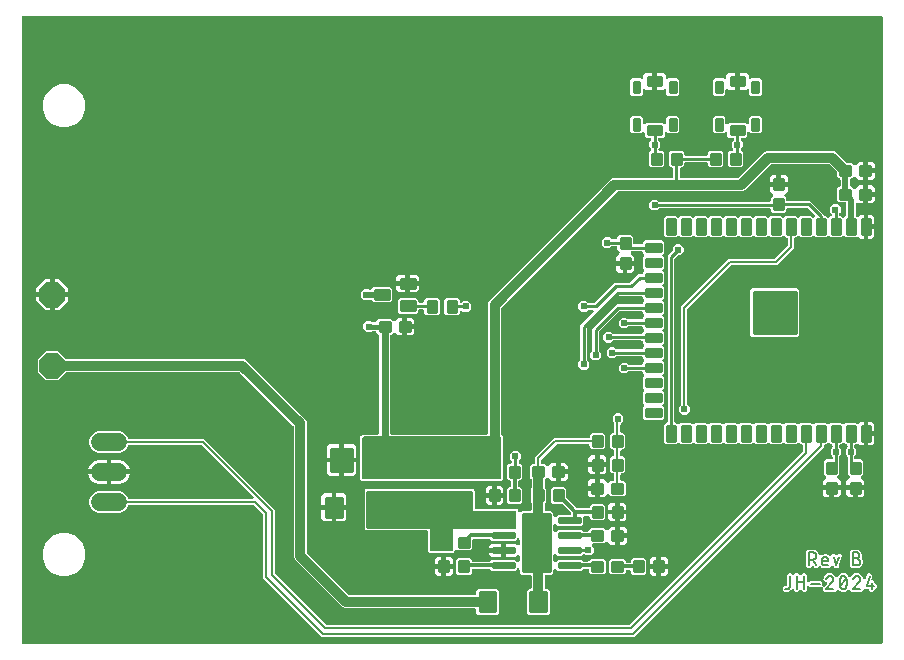
<source format=gbr>
G04 EAGLE Gerber RS-274X export*
G75*
%MOMM*%
%FSLAX34Y34*%
%LPD*%
%INTop Copper*%
%IPPOS*%
%AMOC8*
5,1,8,0,0,1.08239X$1,22.5*%
G01*
G04 Define Apertures*
%ADD10C,0.152400*%
%ADD11C,0.252000*%
%ADD12C,0.266000*%
%ADD13C,0.250000*%
%ADD14C,0.255000*%
%ADD15C,0.256500*%
%ADD16C,0.260000*%
%ADD17C,0.256000*%
%ADD18C,0.259000*%
%ADD19P,2.33688X8X112.5*%
%ADD20C,1.524000*%
%ADD21C,0.604800*%
%ADD22C,0.812800*%
%ADD23C,0.203200*%
%ADD24C,0.508000*%
%ADD25C,0.254000*%
%ADD26C,0.406400*%
%ADD27C,0.609600*%
%ADD28C,0.304800*%
G36*
X332225Y-265899D02*
X331730Y-266000D01*
X-394730Y-266000D01*
X-395188Y-265915D01*
X-395614Y-265642D01*
X-395899Y-265225D01*
X-396000Y-264730D01*
X-396000Y264730D01*
X-395915Y265188D01*
X-395642Y265614D01*
X-395225Y265899D01*
X-394730Y266000D01*
X331730Y266000D01*
X332188Y265915D01*
X332614Y265642D01*
X332899Y265225D01*
X333000Y264730D01*
X333000Y-264730D01*
X332915Y-265188D01*
X332642Y-265614D01*
X332225Y-265899D01*
G37*
%LPC*%
G36*
X191066Y198526D02*
X198334Y198526D01*
X199974Y200166D01*
X199974Y203169D01*
X200052Y203608D01*
X200318Y204038D01*
X200730Y204331D01*
X201224Y204439D01*
X201721Y204346D01*
X202142Y204067D01*
X202699Y203510D01*
X207968Y203510D01*
X207968Y218090D01*
X202699Y218090D01*
X200460Y215851D01*
X200460Y214014D01*
X200382Y213576D01*
X200116Y213146D01*
X199704Y212853D01*
X199210Y212745D01*
X198713Y212837D01*
X198356Y213074D01*
X191066Y213074D01*
X189426Y211434D01*
X189426Y200166D01*
X191066Y198526D01*
G37*
G36*
X121066Y198526D02*
X128334Y198526D01*
X129974Y200166D01*
X129974Y203169D01*
X130052Y203608D01*
X130318Y204038D01*
X130730Y204331D01*
X131224Y204439D01*
X131721Y204346D01*
X132142Y204067D01*
X132699Y203510D01*
X137968Y203510D01*
X137968Y218090D01*
X132699Y218090D01*
X130460Y215851D01*
X130460Y214014D01*
X130382Y213576D01*
X130116Y213146D01*
X129704Y212853D01*
X129210Y212745D01*
X128713Y212837D01*
X128356Y213074D01*
X121066Y213074D01*
X119426Y211434D01*
X119426Y200166D01*
X121066Y198526D01*
G37*
G36*
X151666Y198526D02*
X158934Y198526D01*
X160574Y200166D01*
X160574Y211434D01*
X158934Y213074D01*
X151647Y213074D01*
X151342Y212861D01*
X150850Y212745D01*
X150352Y212830D01*
X149926Y213102D01*
X149641Y213519D01*
X149540Y214014D01*
X149540Y215851D01*
X147301Y218090D01*
X142032Y218090D01*
X142032Y203510D01*
X147301Y203510D01*
X147858Y204067D01*
X148224Y204322D01*
X148716Y204438D01*
X149214Y204354D01*
X149640Y204081D01*
X149925Y203664D01*
X150026Y203169D01*
X150026Y200166D01*
X151666Y198526D01*
G37*
G36*
X221666Y198526D02*
X228934Y198526D01*
X230574Y200166D01*
X230574Y211434D01*
X228934Y213074D01*
X221647Y213074D01*
X221342Y212861D01*
X220850Y212745D01*
X220352Y212830D01*
X219926Y213102D01*
X219641Y213519D01*
X219540Y214014D01*
X219540Y215851D01*
X217301Y218090D01*
X212032Y218090D01*
X212032Y203510D01*
X217301Y203510D01*
X217858Y204067D01*
X218224Y204322D01*
X218716Y204438D01*
X219214Y204354D01*
X219640Y204081D01*
X219925Y203664D01*
X220026Y203169D01*
X220026Y200166D01*
X221666Y198526D01*
G37*
G36*
X-363580Y172000D02*
X-356420Y172000D01*
X-349804Y174740D01*
X-344740Y179804D01*
X-342000Y186420D01*
X-342000Y193580D01*
X-344740Y200196D01*
X-349804Y205260D01*
X-356420Y208000D01*
X-363580Y208000D01*
X-370196Y205260D01*
X-375260Y200196D01*
X-378000Y193580D01*
X-378000Y186420D01*
X-375260Y179804D01*
X-370196Y174740D01*
X-363580Y172000D01*
G37*
G36*
X203601Y137976D02*
X213399Y137976D01*
X215024Y139601D01*
X215024Y150399D01*
X213325Y152098D01*
X213062Y152482D01*
X212954Y152975D01*
X213046Y153472D01*
X213325Y153894D01*
X214548Y155116D01*
X214548Y158884D01*
X213166Y160266D01*
X212895Y160669D01*
X212794Y161164D01*
X212794Y161656D01*
X212879Y162114D01*
X213152Y162540D01*
X213569Y162825D01*
X214064Y162926D01*
X216880Y162926D01*
X218524Y164570D01*
X218524Y167002D01*
X218602Y167440D01*
X218868Y167871D01*
X219280Y168163D01*
X219774Y168271D01*
X220271Y168179D01*
X220692Y167900D01*
X221666Y166926D01*
X228934Y166926D01*
X230574Y168566D01*
X230574Y179834D01*
X228934Y181474D01*
X221666Y181474D01*
X220026Y179834D01*
X220026Y175394D01*
X219948Y174955D01*
X219682Y174525D01*
X219270Y174233D01*
X218776Y174124D01*
X218279Y174217D01*
X217858Y174496D01*
X216880Y175474D01*
X203120Y175474D01*
X202142Y174496D01*
X201776Y174241D01*
X201284Y174125D01*
X200786Y174209D01*
X200360Y174482D01*
X200075Y174899D01*
X199974Y175394D01*
X199974Y179834D01*
X198334Y181474D01*
X191066Y181474D01*
X189426Y179834D01*
X189426Y168566D01*
X191066Y166926D01*
X198334Y166926D01*
X199308Y167900D01*
X199674Y168155D01*
X200166Y168271D01*
X200664Y168186D01*
X201090Y167914D01*
X201375Y167497D01*
X201476Y167002D01*
X201476Y164570D01*
X203120Y162926D01*
X205936Y162926D01*
X206394Y162841D01*
X206820Y162568D01*
X207105Y162151D01*
X207206Y161656D01*
X207206Y161164D01*
X207113Y160687D01*
X206834Y160266D01*
X205452Y158884D01*
X205452Y155116D01*
X206376Y154192D01*
X206631Y153826D01*
X206747Y153334D01*
X206663Y152836D01*
X206390Y152410D01*
X205973Y152125D01*
X205478Y152024D01*
X203601Y152024D01*
X201976Y150399D01*
X201976Y139601D01*
X203601Y137976D01*
G37*
G36*
X136601Y137976D02*
X146399Y137976D01*
X148024Y139601D01*
X148024Y150399D01*
X146399Y152024D01*
X144522Y152024D01*
X144083Y152102D01*
X143653Y152368D01*
X143361Y152780D01*
X143252Y153274D01*
X143345Y153771D01*
X143624Y154192D01*
X144548Y155116D01*
X144548Y158884D01*
X143166Y160266D01*
X142895Y160669D01*
X142794Y161164D01*
X142794Y161656D01*
X142879Y162114D01*
X143152Y162540D01*
X143569Y162825D01*
X144064Y162926D01*
X146880Y162926D01*
X148524Y164570D01*
X148524Y167002D01*
X148602Y167440D01*
X148868Y167871D01*
X149280Y168163D01*
X149774Y168271D01*
X150271Y168179D01*
X150692Y167900D01*
X151666Y166926D01*
X158934Y166926D01*
X160574Y168566D01*
X160574Y179834D01*
X158934Y181474D01*
X151666Y181474D01*
X150026Y179834D01*
X150026Y175394D01*
X149948Y174955D01*
X149682Y174525D01*
X149270Y174233D01*
X148776Y174124D01*
X148279Y174217D01*
X147858Y174496D01*
X146880Y175474D01*
X133120Y175474D01*
X132142Y174496D01*
X131776Y174241D01*
X131284Y174125D01*
X130786Y174209D01*
X130360Y174482D01*
X130075Y174899D01*
X129974Y175394D01*
X129974Y179834D01*
X128334Y181474D01*
X121066Y181474D01*
X119426Y179834D01*
X119426Y168566D01*
X121066Y166926D01*
X128334Y166926D01*
X129308Y167900D01*
X129674Y168155D01*
X130166Y168271D01*
X130664Y168186D01*
X131090Y167914D01*
X131375Y167497D01*
X131476Y167002D01*
X131476Y164570D01*
X133120Y162926D01*
X135936Y162926D01*
X136394Y162841D01*
X136820Y162568D01*
X137105Y162151D01*
X137206Y161656D01*
X137206Y161164D01*
X137113Y160687D01*
X136834Y160266D01*
X135452Y158884D01*
X135452Y155116D01*
X136675Y153894D01*
X136938Y153510D01*
X137046Y153016D01*
X136954Y152519D01*
X136675Y152098D01*
X134976Y150399D01*
X134976Y139601D01*
X136601Y137976D01*
G37*
G36*
X-107931Y-127524D02*
X9946Y-127524D01*
X10256Y-127498D01*
X10505Y-127433D01*
X10739Y-127328D01*
X10952Y-127184D01*
X11138Y-127007D01*
X11291Y-126801D01*
X11408Y-126572D01*
X11479Y-126341D01*
X11524Y-125931D01*
X11524Y-90054D01*
X11498Y-89744D01*
X11433Y-89495D01*
X11328Y-89261D01*
X11184Y-89048D01*
X11007Y-88862D01*
X10801Y-88709D01*
X10782Y-88699D01*
X10474Y-88480D01*
X10189Y-88063D01*
X10088Y-87567D01*
X10088Y18659D01*
X10181Y19136D01*
X10460Y19557D01*
X107943Y117040D01*
X108345Y117311D01*
X108841Y117412D01*
X214112Y117412D01*
X216165Y118263D01*
X237943Y140040D01*
X238345Y140311D01*
X238841Y140412D01*
X287659Y140412D01*
X288136Y140319D01*
X288557Y140040D01*
X294104Y134493D01*
X294375Y134091D01*
X294476Y133595D01*
X294476Y130101D01*
X296101Y128476D01*
X296166Y128476D01*
X296624Y128391D01*
X297050Y128118D01*
X297335Y127701D01*
X297436Y127206D01*
X297436Y122794D01*
X297351Y122336D01*
X297078Y121910D01*
X296661Y121625D01*
X296166Y121524D01*
X296101Y121524D01*
X294476Y119899D01*
X294476Y110101D01*
X295861Y108716D01*
X296028Y108476D01*
X300866Y108476D01*
X301324Y108391D01*
X301750Y108118D01*
X302035Y107701D01*
X302136Y107206D01*
X302136Y97379D01*
X302043Y96903D01*
X301764Y96481D01*
X300748Y95465D01*
X300364Y95202D01*
X299870Y95093D01*
X299373Y95186D01*
X298952Y95465D01*
X297893Y96524D01*
X297564Y96524D01*
X297106Y96609D01*
X296680Y96882D01*
X296395Y97299D01*
X296294Y97794D01*
X296294Y98336D01*
X296387Y98813D01*
X296666Y99234D01*
X297548Y100116D01*
X297548Y103884D01*
X295124Y106308D01*
X294956Y106548D01*
X291116Y106548D01*
X288452Y103884D01*
X288452Y100116D01*
X289876Y98692D01*
X290131Y98326D01*
X290247Y97834D01*
X290163Y97336D01*
X289890Y96910D01*
X289473Y96625D01*
X289140Y96557D01*
X288048Y95465D01*
X287664Y95202D01*
X287170Y95093D01*
X286673Y95186D01*
X286252Y95465D01*
X285193Y96524D01*
X284864Y96524D01*
X284406Y96609D01*
X283980Y96882D01*
X283786Y97165D01*
X271657Y109294D01*
X252794Y109294D01*
X252336Y109379D01*
X251910Y109652D01*
X251625Y110069D01*
X251524Y110564D01*
X251524Y111899D01*
X250039Y113384D01*
X249776Y113768D01*
X249668Y114261D01*
X249760Y114758D01*
X250039Y115180D01*
X252540Y117680D01*
X252540Y121468D01*
X237460Y121468D01*
X237460Y117680D01*
X239961Y115180D01*
X240224Y114796D01*
X240332Y114302D01*
X240240Y113805D01*
X239961Y113384D01*
X238476Y111899D01*
X238476Y110064D01*
X238391Y109606D01*
X238118Y109180D01*
X237701Y108895D01*
X237206Y108794D01*
X144164Y108794D01*
X143687Y108887D01*
X143266Y109166D01*
X141884Y110548D01*
X138116Y110548D01*
X135452Y107884D01*
X135452Y104116D01*
X138116Y101452D01*
X141884Y101452D01*
X143266Y102834D01*
X143669Y103105D01*
X144164Y103206D01*
X237206Y103206D01*
X237664Y103121D01*
X238090Y102848D01*
X238375Y102431D01*
X238476Y101936D01*
X238476Y101101D01*
X240101Y99476D01*
X249899Y99476D01*
X251524Y101101D01*
X251524Y102436D01*
X251609Y102894D01*
X251882Y103320D01*
X252299Y103605D01*
X252794Y103706D01*
X268817Y103706D01*
X269293Y103613D01*
X269715Y103334D01*
X275568Y97481D01*
X275831Y97097D01*
X275940Y96603D01*
X275847Y96106D01*
X275568Y95685D01*
X275348Y95465D01*
X274964Y95202D01*
X274470Y95093D01*
X273973Y95186D01*
X273552Y95465D01*
X272493Y96524D01*
X263707Y96524D01*
X262648Y95465D01*
X262264Y95202D01*
X261770Y95093D01*
X261273Y95186D01*
X260852Y95465D01*
X259793Y96524D01*
X251007Y96524D01*
X249948Y95465D01*
X249564Y95202D01*
X249070Y95093D01*
X248573Y95186D01*
X248152Y95465D01*
X247093Y96524D01*
X238307Y96524D01*
X237248Y95465D01*
X236864Y95202D01*
X236370Y95093D01*
X235873Y95186D01*
X235452Y95465D01*
X234393Y96524D01*
X225607Y96524D01*
X224548Y95465D01*
X224164Y95202D01*
X223670Y95093D01*
X223173Y95186D01*
X222752Y95465D01*
X221693Y96524D01*
X212907Y96524D01*
X211848Y95465D01*
X211464Y95202D01*
X210970Y95093D01*
X210473Y95186D01*
X210052Y95465D01*
X208993Y96524D01*
X200207Y96524D01*
X199148Y95465D01*
X198764Y95202D01*
X198270Y95093D01*
X197773Y95186D01*
X197352Y95465D01*
X196293Y96524D01*
X187507Y96524D01*
X186448Y95465D01*
X186064Y95202D01*
X185570Y95093D01*
X185073Y95186D01*
X184652Y95465D01*
X183593Y96524D01*
X174807Y96524D01*
X173748Y95465D01*
X173364Y95202D01*
X172870Y95093D01*
X172373Y95186D01*
X171952Y95465D01*
X170893Y96524D01*
X162107Y96524D01*
X161048Y95465D01*
X160664Y95202D01*
X160170Y95093D01*
X159673Y95186D01*
X159252Y95465D01*
X158193Y96524D01*
X149407Y96524D01*
X147776Y94893D01*
X147776Y80107D01*
X149407Y78476D01*
X158193Y78476D01*
X159252Y79535D01*
X159636Y79798D01*
X160130Y79907D01*
X160627Y79814D01*
X161048Y79535D01*
X162107Y78476D01*
X170893Y78476D01*
X171952Y79535D01*
X172336Y79798D01*
X172830Y79907D01*
X173327Y79814D01*
X173748Y79535D01*
X174807Y78476D01*
X183593Y78476D01*
X184652Y79535D01*
X185036Y79798D01*
X185530Y79907D01*
X186027Y79814D01*
X186448Y79535D01*
X187507Y78476D01*
X196293Y78476D01*
X197352Y79535D01*
X197736Y79798D01*
X198230Y79907D01*
X198727Y79814D01*
X199148Y79535D01*
X200207Y78476D01*
X208993Y78476D01*
X210052Y79535D01*
X210436Y79798D01*
X210930Y79907D01*
X211427Y79814D01*
X211848Y79535D01*
X212907Y78476D01*
X221693Y78476D01*
X222752Y79535D01*
X223136Y79798D01*
X223630Y79907D01*
X224127Y79814D01*
X224548Y79535D01*
X225607Y78476D01*
X234393Y78476D01*
X235452Y79535D01*
X235836Y79798D01*
X236330Y79907D01*
X236827Y79814D01*
X237248Y79535D01*
X238307Y78476D01*
X247093Y78476D01*
X248152Y79535D01*
X248536Y79798D01*
X249030Y79907D01*
X249527Y79814D01*
X249948Y79535D01*
X251007Y78476D01*
X251590Y78476D01*
X252048Y78391D01*
X252474Y78118D01*
X252759Y77701D01*
X252860Y77206D01*
X252860Y71978D01*
X252767Y71502D01*
X252488Y71080D01*
X242320Y60912D01*
X241917Y60641D01*
X241422Y60540D01*
X202948Y60540D01*
X162460Y20052D01*
X162460Y-62582D01*
X162367Y-63059D01*
X162088Y-63480D01*
X160452Y-65116D01*
X160452Y-68884D01*
X163116Y-71548D01*
X166884Y-71548D01*
X169548Y-68884D01*
X169548Y-65116D01*
X167912Y-63480D01*
X167641Y-63077D01*
X167540Y-62582D01*
X167540Y17422D01*
X167633Y17898D01*
X167912Y18320D01*
X204680Y55088D01*
X205083Y55359D01*
X205578Y55460D01*
X244052Y55460D01*
X257940Y69348D01*
X257940Y77206D01*
X258025Y77664D01*
X258298Y78090D01*
X258715Y78375D01*
X259210Y78476D01*
X259793Y78476D01*
X260852Y79535D01*
X261236Y79798D01*
X261730Y79907D01*
X262227Y79814D01*
X262648Y79535D01*
X263707Y78476D01*
X272493Y78476D01*
X273552Y79535D01*
X273936Y79798D01*
X274430Y79907D01*
X274927Y79814D01*
X275348Y79535D01*
X276407Y78476D01*
X285193Y78476D01*
X286252Y79535D01*
X286636Y79798D01*
X287130Y79907D01*
X287627Y79814D01*
X288048Y79535D01*
X289107Y78476D01*
X297893Y78476D01*
X298952Y79535D01*
X299336Y79798D01*
X299830Y79907D01*
X300327Y79814D01*
X300748Y79535D01*
X301807Y78476D01*
X310593Y78476D01*
X310934Y78816D01*
X311318Y79080D01*
X311811Y79188D01*
X312308Y79096D01*
X312730Y78816D01*
X314086Y77460D01*
X316868Y77460D01*
X316868Y97540D01*
X314086Y97540D01*
X312730Y96184D01*
X312346Y95920D01*
X311852Y95812D01*
X311355Y95904D01*
X310934Y96184D01*
X310636Y96481D01*
X310365Y96884D01*
X310264Y97379D01*
X310264Y106810D01*
X310342Y107249D01*
X310608Y107679D01*
X311020Y107971D01*
X311514Y108080D01*
X312011Y107987D01*
X312432Y107708D01*
X312680Y107460D01*
X316468Y107460D01*
X316468Y122540D01*
X312680Y122540D01*
X310180Y120039D01*
X309796Y119776D01*
X309302Y119668D01*
X308805Y119760D01*
X308384Y120039D01*
X306899Y121524D01*
X306834Y121524D01*
X306376Y121609D01*
X305950Y121882D01*
X305665Y122299D01*
X305564Y122794D01*
X305564Y127206D01*
X305649Y127664D01*
X305922Y128090D01*
X306339Y128375D01*
X306834Y128476D01*
X306899Y128476D01*
X308384Y129961D01*
X308768Y130224D01*
X309261Y130332D01*
X309758Y130240D01*
X310180Y129961D01*
X312680Y127460D01*
X316468Y127460D01*
X316468Y142540D01*
X312680Y142540D01*
X310180Y140039D01*
X309796Y139776D01*
X309302Y139668D01*
X308805Y139760D01*
X308384Y140039D01*
X306899Y141524D01*
X303405Y141524D01*
X302928Y141617D01*
X302507Y141896D01*
X293665Y150737D01*
X291612Y151588D01*
X234888Y151588D01*
X232835Y150737D01*
X211057Y128960D01*
X210655Y128689D01*
X210159Y128588D01*
X162564Y128588D01*
X162106Y128673D01*
X161680Y128946D01*
X161395Y129363D01*
X161294Y129858D01*
X161294Y136706D01*
X161379Y137164D01*
X161652Y137590D01*
X162069Y137875D01*
X162564Y137976D01*
X163399Y137976D01*
X165024Y139601D01*
X165024Y140936D01*
X165109Y141394D01*
X165382Y141820D01*
X165799Y142105D01*
X166294Y142206D01*
X183706Y142206D01*
X184164Y142121D01*
X184590Y141848D01*
X184875Y141431D01*
X184976Y140936D01*
X184976Y139601D01*
X186601Y137976D01*
X196399Y137976D01*
X198024Y139601D01*
X198024Y150399D01*
X196399Y152024D01*
X186601Y152024D01*
X184976Y150399D01*
X184976Y149064D01*
X184891Y148606D01*
X184618Y148180D01*
X184201Y147895D01*
X183706Y147794D01*
X166294Y147794D01*
X165836Y147879D01*
X165410Y148152D01*
X165125Y148569D01*
X165024Y149064D01*
X165024Y150399D01*
X163399Y152024D01*
X153601Y152024D01*
X151976Y150399D01*
X151976Y139601D01*
X153601Y137976D01*
X154436Y137976D01*
X154894Y137891D01*
X155320Y137618D01*
X155605Y137201D01*
X155706Y136706D01*
X155706Y129858D01*
X155621Y129400D01*
X155348Y128974D01*
X154931Y128689D01*
X154436Y128588D01*
X104888Y128588D01*
X102835Y127737D01*
X-237Y24665D01*
X-1088Y22612D01*
X-1088Y-87206D01*
X-1173Y-87664D01*
X-1446Y-88090D01*
X-1863Y-88375D01*
X-2358Y-88476D01*
X-82658Y-88476D01*
X-83116Y-88391D01*
X-83542Y-88118D01*
X-83827Y-87701D01*
X-83928Y-87206D01*
X-83928Y-4794D01*
X-83843Y-4336D01*
X-83570Y-3910D01*
X-83307Y-3730D01*
X-81616Y-2039D01*
X-81232Y-1776D01*
X-80739Y-1668D01*
X-80242Y-1760D01*
X-79820Y-2039D01*
X-77320Y-4540D01*
X-73532Y-4540D01*
X-73532Y10540D01*
X-77320Y10540D01*
X-79820Y8039D01*
X-80204Y7776D01*
X-80698Y7668D01*
X-81195Y7760D01*
X-81616Y8039D01*
X-83101Y9524D01*
X-93899Y9524D01*
X-95524Y7899D01*
X-95524Y7826D01*
X-95609Y7368D01*
X-95882Y6942D01*
X-96299Y6657D01*
X-96794Y6556D01*
X-98598Y6556D01*
X-99075Y6649D01*
X-99496Y6928D01*
X-100116Y7548D01*
X-103884Y7548D01*
X-106548Y4884D01*
X-106548Y1116D01*
X-103884Y-1548D01*
X-100116Y-1548D01*
X-99496Y-928D01*
X-99093Y-657D01*
X-98598Y-556D01*
X-96794Y-556D01*
X-96336Y-641D01*
X-95910Y-914D01*
X-95625Y-1331D01*
X-95524Y-1826D01*
X-95524Y-1899D01*
X-93688Y-3735D01*
X-93458Y-3882D01*
X-93173Y-4299D01*
X-93072Y-4794D01*
X-93072Y-87206D01*
X-93157Y-87664D01*
X-93430Y-88090D01*
X-93847Y-88375D01*
X-94342Y-88476D01*
X-106946Y-88476D01*
X-107256Y-88502D01*
X-107505Y-88567D01*
X-107739Y-88672D01*
X-107952Y-88816D01*
X-108138Y-88993D01*
X-108356Y-89286D01*
X-108370Y-89275D01*
X-108698Y-89645D01*
X-108952Y-89816D01*
X-109138Y-89993D01*
X-109291Y-90199D01*
X-109408Y-90428D01*
X-109479Y-90659D01*
X-109524Y-91069D01*
X-109524Y-125946D01*
X-109498Y-126256D01*
X-109433Y-126505D01*
X-109328Y-126739D01*
X-109184Y-126952D01*
X-109007Y-127138D01*
X-108801Y-127291D01*
X-108572Y-127408D01*
X-108341Y-127479D01*
X-107931Y-127524D01*
G37*
G36*
X320532Y137032D02*
X326540Y137032D01*
X326540Y140320D01*
X324320Y142540D01*
X320532Y142540D01*
X320532Y137032D01*
G37*
G36*
X320532Y127460D02*
X324320Y127460D01*
X326540Y129680D01*
X326540Y132968D01*
X320532Y132968D01*
X320532Y127460D01*
G37*
G36*
X247032Y125532D02*
X252540Y125532D01*
X252540Y129320D01*
X250320Y131540D01*
X247032Y131540D01*
X247032Y125532D01*
G37*
G36*
X237460Y125532D02*
X242968Y125532D01*
X242968Y131540D01*
X239680Y131540D01*
X237460Y129320D01*
X237460Y125532D01*
G37*
G36*
X320532Y117032D02*
X326540Y117032D01*
X326540Y120320D01*
X324320Y122540D01*
X320532Y122540D01*
X320532Y117032D01*
G37*
G36*
X320532Y107460D02*
X324320Y107460D01*
X326540Y109680D01*
X326540Y112968D01*
X320532Y112968D01*
X320532Y107460D01*
G37*
G36*
X320932Y89532D02*
X325940Y89532D01*
X325940Y95314D01*
X323714Y97540D01*
X320932Y97540D01*
X320932Y89532D01*
G37*
G36*
X320932Y77460D02*
X323714Y77460D01*
X325940Y79686D01*
X325940Y85468D01*
X320932Y85468D01*
X320932Y77460D01*
G37*
G36*
X131507Y-75874D02*
X146293Y-75874D01*
X147924Y-74243D01*
X147924Y-65457D01*
X146865Y-64398D01*
X146602Y-64014D01*
X146493Y-63520D01*
X146586Y-63023D01*
X146865Y-62602D01*
X147924Y-61543D01*
X147924Y-52757D01*
X146865Y-51698D01*
X146602Y-51314D01*
X146493Y-50820D01*
X146586Y-50323D01*
X146865Y-49902D01*
X147924Y-48843D01*
X147924Y-40057D01*
X146865Y-38998D01*
X146602Y-38614D01*
X146493Y-38120D01*
X146586Y-37623D01*
X146865Y-37202D01*
X147924Y-36143D01*
X147924Y-27357D01*
X146865Y-26298D01*
X146602Y-25914D01*
X146493Y-25420D01*
X146586Y-24923D01*
X146865Y-24502D01*
X147924Y-23443D01*
X147924Y-14657D01*
X146865Y-13598D01*
X146602Y-13214D01*
X146493Y-12720D01*
X146586Y-12223D01*
X146865Y-11802D01*
X147924Y-10743D01*
X147924Y-1957D01*
X146865Y-898D01*
X146602Y-514D01*
X146493Y-20D01*
X146586Y477D01*
X146865Y898D01*
X147924Y1957D01*
X147924Y10743D01*
X146865Y11802D01*
X146602Y12186D01*
X146493Y12680D01*
X146586Y13177D01*
X146865Y13598D01*
X147924Y14657D01*
X147924Y23443D01*
X146865Y24502D01*
X146602Y24886D01*
X146493Y25380D01*
X146586Y25877D01*
X146865Y26298D01*
X147924Y27357D01*
X147924Y36143D01*
X146865Y37202D01*
X146602Y37586D01*
X146493Y38080D01*
X146586Y38577D01*
X146865Y38998D01*
X147924Y40057D01*
X147924Y48843D01*
X146865Y49902D01*
X146602Y50286D01*
X146493Y50780D01*
X146586Y51277D01*
X146865Y51698D01*
X147924Y52757D01*
X147924Y61543D01*
X146865Y62602D01*
X146602Y62986D01*
X146493Y63480D01*
X146586Y63977D01*
X146865Y64398D01*
X147924Y65457D01*
X147924Y74243D01*
X146293Y75874D01*
X131507Y75874D01*
X129876Y74243D01*
X129876Y73914D01*
X129791Y73456D01*
X129518Y73030D01*
X129101Y72745D01*
X128606Y72644D01*
X122794Y72644D01*
X122336Y72729D01*
X121910Y73002D01*
X121625Y73419D01*
X121524Y73914D01*
X121524Y78899D01*
X119899Y80524D01*
X110101Y80524D01*
X108476Y78899D01*
X108476Y78064D01*
X108391Y77606D01*
X108118Y77180D01*
X107701Y76895D01*
X107206Y76794D01*
X104164Y76794D01*
X103687Y76887D01*
X103266Y77166D01*
X101884Y78548D01*
X98116Y78548D01*
X95452Y75884D01*
X95452Y72116D01*
X98116Y69452D01*
X101884Y69452D01*
X103266Y70834D01*
X103669Y71105D01*
X104164Y71206D01*
X107206Y71206D01*
X107664Y71121D01*
X108090Y70848D01*
X108375Y70431D01*
X108476Y69936D01*
X108476Y68101D01*
X109961Y66616D01*
X110224Y66232D01*
X110332Y65739D01*
X110240Y65242D01*
X109961Y64820D01*
X107460Y62320D01*
X107460Y58532D01*
X122540Y58532D01*
X122540Y62320D01*
X120039Y64820D01*
X119776Y65204D01*
X119668Y65698D01*
X119760Y66195D01*
X120039Y66616D01*
X120107Y66684D01*
X120510Y66955D01*
X121005Y67056D01*
X128606Y67056D01*
X129064Y66971D01*
X129490Y66698D01*
X129775Y66281D01*
X129876Y65786D01*
X129876Y65457D01*
X130935Y64398D01*
X131198Y64014D01*
X131307Y63520D01*
X131214Y63023D01*
X130935Y62602D01*
X129876Y61543D01*
X129876Y52757D01*
X130935Y51698D01*
X131198Y51314D01*
X131307Y50820D01*
X131214Y50323D01*
X130935Y49902D01*
X129876Y48843D01*
X129876Y48514D01*
X129791Y48056D01*
X129518Y47630D01*
X129101Y47345D01*
X128606Y47244D01*
X126293Y47244D01*
X119215Y40166D01*
X118812Y39895D01*
X118317Y39794D01*
X105843Y39794D01*
X89215Y23166D01*
X88812Y22895D01*
X88317Y22794D01*
X84164Y22794D01*
X83687Y22887D01*
X83266Y23166D01*
X81884Y24548D01*
X78116Y24548D01*
X75452Y21884D01*
X75452Y18116D01*
X78116Y15452D01*
X81884Y15452D01*
X83266Y16834D01*
X83669Y17105D01*
X84164Y17206D01*
X87189Y17206D01*
X87628Y17128D01*
X88058Y16862D01*
X88350Y16450D01*
X88458Y15956D01*
X88366Y15459D01*
X88087Y15038D01*
X77206Y4157D01*
X77206Y-24836D01*
X77113Y-25313D01*
X76834Y-25734D01*
X75452Y-27116D01*
X75452Y-30884D01*
X78116Y-33548D01*
X81884Y-33548D01*
X84548Y-30884D01*
X84548Y-27116D01*
X83166Y-25734D01*
X82895Y-25331D01*
X82794Y-24836D01*
X82794Y1317D01*
X82887Y1793D01*
X83166Y2215D01*
X109535Y28584D01*
X109938Y28855D01*
X110433Y28956D01*
X128606Y28956D01*
X129064Y28871D01*
X129490Y28598D01*
X129775Y28181D01*
X129876Y27686D01*
X129876Y27357D01*
X130935Y26298D01*
X131198Y25914D01*
X131307Y25420D01*
X131214Y24923D01*
X130935Y24502D01*
X129876Y23443D01*
X129876Y23064D01*
X129791Y22606D01*
X129518Y22180D01*
X129101Y21895D01*
X128606Y21794D01*
X107843Y21794D01*
X87206Y1157D01*
X87206Y-16836D01*
X87113Y-17313D01*
X86834Y-17734D01*
X85452Y-19116D01*
X85452Y-22884D01*
X88116Y-25548D01*
X91884Y-25548D01*
X94548Y-22884D01*
X94548Y-19116D01*
X93166Y-17734D01*
X92895Y-17331D01*
X92794Y-16836D01*
X92794Y-1683D01*
X92887Y-1207D01*
X93166Y-785D01*
X109785Y15834D01*
X110188Y16105D01*
X110683Y16206D01*
X128606Y16206D01*
X129064Y16121D01*
X129490Y15848D01*
X129775Y15431D01*
X129876Y14936D01*
X129876Y14657D01*
X130935Y13598D01*
X131198Y13214D01*
X131307Y12720D01*
X131214Y12223D01*
X130935Y11802D01*
X129876Y10743D01*
X129876Y10414D01*
X129791Y9956D01*
X129518Y9530D01*
X129101Y9245D01*
X128606Y9144D01*
X117814Y9144D01*
X117337Y9237D01*
X116916Y9516D01*
X115884Y10548D01*
X112116Y10548D01*
X109452Y7884D01*
X109452Y4116D01*
X112116Y1452D01*
X115884Y1452D01*
X117616Y3184D01*
X118019Y3455D01*
X118514Y3556D01*
X128606Y3556D01*
X129064Y3471D01*
X129490Y3198D01*
X129775Y2781D01*
X129876Y2286D01*
X129876Y1957D01*
X130935Y898D01*
X131198Y514D01*
X131307Y20D01*
X131214Y-477D01*
X130935Y-898D01*
X129871Y-1962D01*
X129791Y-2394D01*
X129518Y-2820D01*
X129101Y-3105D01*
X128606Y-3206D01*
X105164Y-3206D01*
X104687Y-3113D01*
X104266Y-2834D01*
X102884Y-1452D01*
X99116Y-1452D01*
X96452Y-4116D01*
X96452Y-7884D01*
X99116Y-10548D01*
X102884Y-10548D01*
X104266Y-9166D01*
X104669Y-8895D01*
X105164Y-8794D01*
X128606Y-8794D01*
X129064Y-8879D01*
X129490Y-9152D01*
X129775Y-9569D01*
X129876Y-10064D01*
X129876Y-10743D01*
X130935Y-11802D01*
X131198Y-12186D01*
X131307Y-12680D01*
X131214Y-13177D01*
X130935Y-13598D01*
X129876Y-14657D01*
X129876Y-14936D01*
X129791Y-15394D01*
X129518Y-15820D01*
X129101Y-16105D01*
X128606Y-16206D01*
X108164Y-16206D01*
X107687Y-16113D01*
X107266Y-15834D01*
X105884Y-14452D01*
X102116Y-14452D01*
X99452Y-17116D01*
X99452Y-20884D01*
X102116Y-23548D01*
X105884Y-23548D01*
X107266Y-22166D01*
X107669Y-21895D01*
X108164Y-21794D01*
X128606Y-21794D01*
X129064Y-21879D01*
X129490Y-22152D01*
X129775Y-22569D01*
X129876Y-23064D01*
X129876Y-23443D01*
X130935Y-24502D01*
X131198Y-24886D01*
X131307Y-25380D01*
X131214Y-25877D01*
X130935Y-26298D01*
X129876Y-27357D01*
X129876Y-27936D01*
X129791Y-28394D01*
X129518Y-28820D01*
X129101Y-29105D01*
X128606Y-29206D01*
X118164Y-29206D01*
X117687Y-29113D01*
X117266Y-28834D01*
X115884Y-27452D01*
X112116Y-27452D01*
X109452Y-30116D01*
X109452Y-33884D01*
X112116Y-36548D01*
X115884Y-36548D01*
X117266Y-35166D01*
X117669Y-34895D01*
X118164Y-34794D01*
X128606Y-34794D01*
X129064Y-34879D01*
X129490Y-35152D01*
X129775Y-35569D01*
X129876Y-36064D01*
X129876Y-36143D01*
X130935Y-37202D01*
X131198Y-37586D01*
X131307Y-38080D01*
X131214Y-38577D01*
X130935Y-38998D01*
X129876Y-40057D01*
X129876Y-48843D01*
X130935Y-49902D01*
X131198Y-50286D01*
X131307Y-50780D01*
X131214Y-51277D01*
X130935Y-51698D01*
X129876Y-52757D01*
X129876Y-61543D01*
X130935Y-62602D01*
X131198Y-62986D01*
X131307Y-63480D01*
X131214Y-63977D01*
X130935Y-64398D01*
X129876Y-65457D01*
X129876Y-74243D01*
X131507Y-75874D01*
G37*
G36*
X-141525Y-260096D02*
X122496Y-260096D01*
X283340Y-99252D01*
X283340Y-97794D01*
X283425Y-97336D01*
X283698Y-96910D01*
X284115Y-96625D01*
X284610Y-96524D01*
X285193Y-96524D01*
X286252Y-95465D01*
X286636Y-95202D01*
X287130Y-95093D01*
X287627Y-95186D01*
X288048Y-95465D01*
X289107Y-96524D01*
X289436Y-96524D01*
X289894Y-96609D01*
X290320Y-96882D01*
X290605Y-97299D01*
X290706Y-97794D01*
X290706Y-98836D01*
X290613Y-99313D01*
X290334Y-99734D01*
X288952Y-101116D01*
X288952Y-104884D01*
X290334Y-106266D01*
X290605Y-106669D01*
X290706Y-107164D01*
X290706Y-108206D01*
X290621Y-108664D01*
X290348Y-109090D01*
X289931Y-109375D01*
X289436Y-109476D01*
X285101Y-109476D01*
X283476Y-111101D01*
X283476Y-121899D01*
X284961Y-123384D01*
X285224Y-123768D01*
X285332Y-124261D01*
X285240Y-124758D01*
X284961Y-125180D01*
X282460Y-127680D01*
X282460Y-131468D01*
X297540Y-131468D01*
X297540Y-127680D01*
X295039Y-125180D01*
X294776Y-124796D01*
X294668Y-124302D01*
X294760Y-123805D01*
X295039Y-123384D01*
X296524Y-121899D01*
X296524Y-111032D01*
X296395Y-110840D01*
X296294Y-110345D01*
X296294Y-107164D01*
X296387Y-106687D01*
X296666Y-106266D01*
X298048Y-104884D01*
X298048Y-101116D01*
X296666Y-99734D01*
X296395Y-99331D01*
X296294Y-98836D01*
X296294Y-97794D01*
X296379Y-97336D01*
X296652Y-96910D01*
X297069Y-96625D01*
X297564Y-96524D01*
X297893Y-96524D01*
X298952Y-95465D01*
X299336Y-95202D01*
X299830Y-95093D01*
X300327Y-95186D01*
X300748Y-95465D01*
X301807Y-96524D01*
X302136Y-96524D01*
X302594Y-96609D01*
X303020Y-96882D01*
X303305Y-97299D01*
X303406Y-97794D01*
X303406Y-98836D01*
X303313Y-99313D01*
X303034Y-99734D01*
X301652Y-101116D01*
X301652Y-104884D01*
X303034Y-106266D01*
X303305Y-106669D01*
X303406Y-107164D01*
X303406Y-114109D01*
X303476Y-114453D01*
X303476Y-121899D01*
X304961Y-123384D01*
X305224Y-123768D01*
X305332Y-124261D01*
X305240Y-124758D01*
X304961Y-125180D01*
X302460Y-127680D01*
X302460Y-131468D01*
X317540Y-131468D01*
X317540Y-127680D01*
X315039Y-125180D01*
X314776Y-124796D01*
X314668Y-124302D01*
X314760Y-123805D01*
X315039Y-123384D01*
X316524Y-121899D01*
X316524Y-111101D01*
X314899Y-109476D01*
X310264Y-109476D01*
X309806Y-109391D01*
X309380Y-109118D01*
X309095Y-108701D01*
X308994Y-108206D01*
X308994Y-107164D01*
X309087Y-106687D01*
X309366Y-106266D01*
X310748Y-104884D01*
X310748Y-101116D01*
X309366Y-99734D01*
X309095Y-99331D01*
X308994Y-98836D01*
X308994Y-97794D01*
X309079Y-97336D01*
X309352Y-96910D01*
X309769Y-96625D01*
X310264Y-96524D01*
X310593Y-96524D01*
X310934Y-96184D01*
X311318Y-95920D01*
X311811Y-95812D01*
X312308Y-95905D01*
X312730Y-96184D01*
X314086Y-97540D01*
X316868Y-97540D01*
X316868Y-77460D01*
X314086Y-77460D01*
X312730Y-78816D01*
X312346Y-79080D01*
X311852Y-79188D01*
X311355Y-79096D01*
X310934Y-78816D01*
X310593Y-78476D01*
X301807Y-78476D01*
X300748Y-79535D01*
X300364Y-79798D01*
X299870Y-79907D01*
X299373Y-79814D01*
X298952Y-79535D01*
X297893Y-78476D01*
X289107Y-78476D01*
X288048Y-79535D01*
X287664Y-79798D01*
X287170Y-79907D01*
X286673Y-79814D01*
X286252Y-79535D01*
X285193Y-78476D01*
X276407Y-78476D01*
X275348Y-79535D01*
X274964Y-79798D01*
X274470Y-79907D01*
X273973Y-79814D01*
X273552Y-79535D01*
X272493Y-78476D01*
X263707Y-78476D01*
X262648Y-79535D01*
X262264Y-79798D01*
X261770Y-79907D01*
X261273Y-79814D01*
X260852Y-79535D01*
X259793Y-78476D01*
X251007Y-78476D01*
X249948Y-79535D01*
X249564Y-79798D01*
X249070Y-79907D01*
X248573Y-79814D01*
X248152Y-79535D01*
X247093Y-78476D01*
X238307Y-78476D01*
X237248Y-79535D01*
X236864Y-79798D01*
X236370Y-79907D01*
X235873Y-79814D01*
X235452Y-79535D01*
X234393Y-78476D01*
X225607Y-78476D01*
X224548Y-79535D01*
X224164Y-79798D01*
X223670Y-79907D01*
X223173Y-79814D01*
X222752Y-79535D01*
X221693Y-78476D01*
X212907Y-78476D01*
X211848Y-79535D01*
X211464Y-79798D01*
X210970Y-79907D01*
X210473Y-79814D01*
X210052Y-79535D01*
X208993Y-78476D01*
X200207Y-78476D01*
X199148Y-79535D01*
X198764Y-79798D01*
X198270Y-79907D01*
X197773Y-79814D01*
X197352Y-79535D01*
X196293Y-78476D01*
X187507Y-78476D01*
X186448Y-79535D01*
X186064Y-79798D01*
X185570Y-79907D01*
X185073Y-79814D01*
X184652Y-79535D01*
X183593Y-78476D01*
X174807Y-78476D01*
X173748Y-79535D01*
X173364Y-79798D01*
X172870Y-79907D01*
X172373Y-79814D01*
X171952Y-79535D01*
X170893Y-78476D01*
X162107Y-78476D01*
X161048Y-79535D01*
X160664Y-79798D01*
X160170Y-79907D01*
X159673Y-79814D01*
X159252Y-79535D01*
X158193Y-78476D01*
X157864Y-78476D01*
X157406Y-78391D01*
X156980Y-78118D01*
X156695Y-77701D01*
X156594Y-77206D01*
X156594Y60117D01*
X156687Y60593D01*
X156966Y61015D01*
X159031Y63080D01*
X159434Y63351D01*
X159929Y63452D01*
X161884Y63452D01*
X164548Y66116D01*
X164548Y69884D01*
X161884Y72548D01*
X158116Y72548D01*
X155452Y69884D01*
X155452Y67929D01*
X155359Y67453D01*
X155080Y67031D01*
X151006Y62957D01*
X151006Y-77206D01*
X150921Y-77664D01*
X150648Y-78090D01*
X150231Y-78375D01*
X149736Y-78476D01*
X149407Y-78476D01*
X147776Y-80107D01*
X147776Y-94893D01*
X149407Y-96524D01*
X158193Y-96524D01*
X159252Y-95465D01*
X159636Y-95202D01*
X160130Y-95093D01*
X160627Y-95186D01*
X161048Y-95465D01*
X162107Y-96524D01*
X170893Y-96524D01*
X171952Y-95465D01*
X172336Y-95202D01*
X172830Y-95093D01*
X173327Y-95186D01*
X173748Y-95465D01*
X174807Y-96524D01*
X183593Y-96524D01*
X184652Y-95465D01*
X185036Y-95202D01*
X185530Y-95093D01*
X186027Y-95186D01*
X186448Y-95465D01*
X187507Y-96524D01*
X196293Y-96524D01*
X197352Y-95465D01*
X197736Y-95202D01*
X198230Y-95093D01*
X198727Y-95186D01*
X199148Y-95465D01*
X200207Y-96524D01*
X208993Y-96524D01*
X210052Y-95465D01*
X210436Y-95202D01*
X210930Y-95093D01*
X211427Y-95186D01*
X211848Y-95465D01*
X212907Y-96524D01*
X221693Y-96524D01*
X222752Y-95465D01*
X223136Y-95202D01*
X223630Y-95093D01*
X224127Y-95186D01*
X224548Y-95465D01*
X225607Y-96524D01*
X234393Y-96524D01*
X235452Y-95465D01*
X235836Y-95202D01*
X236330Y-95093D01*
X236827Y-95186D01*
X237248Y-95465D01*
X238307Y-96524D01*
X247093Y-96524D01*
X248152Y-95465D01*
X248536Y-95202D01*
X249030Y-95093D01*
X249527Y-95186D01*
X249948Y-95465D01*
X251007Y-96524D01*
X259793Y-96524D01*
X260852Y-95465D01*
X261236Y-95202D01*
X261730Y-95093D01*
X262227Y-95186D01*
X262648Y-95465D01*
X263707Y-96524D01*
X264290Y-96524D01*
X264748Y-96609D01*
X265174Y-96882D01*
X265459Y-97299D01*
X265560Y-97794D01*
X265560Y-102293D01*
X265467Y-102769D01*
X265188Y-103191D01*
X119291Y-249088D01*
X118888Y-249359D01*
X118393Y-249460D01*
X-137422Y-249460D01*
X-137898Y-249367D01*
X-138320Y-249088D01*
X-181088Y-206320D01*
X-181359Y-205917D01*
X-181460Y-205422D01*
X-181460Y-151919D01*
X-241319Y-92060D01*
X-304586Y-92060D01*
X-305053Y-91971D01*
X-305477Y-91695D01*
X-305759Y-91276D01*
X-306528Y-89420D01*
X-309100Y-86848D01*
X-312461Y-85456D01*
X-331339Y-85456D01*
X-334700Y-86848D01*
X-337272Y-89420D01*
X-338664Y-92781D01*
X-338664Y-96419D01*
X-337272Y-99780D01*
X-334700Y-102352D01*
X-331339Y-103744D01*
X-312461Y-103744D01*
X-309100Y-102352D01*
X-306528Y-99780D01*
X-305759Y-97924D01*
X-305498Y-97526D01*
X-305081Y-97241D01*
X-304586Y-97140D01*
X-243949Y-97140D01*
X-243473Y-97233D01*
X-243051Y-97512D01*
X-199871Y-140692D01*
X-199616Y-141058D01*
X-199500Y-141550D01*
X-199585Y-142048D01*
X-199857Y-142474D01*
X-200274Y-142759D01*
X-200769Y-142860D01*
X-304586Y-142860D01*
X-305053Y-142771D01*
X-305477Y-142495D01*
X-305759Y-142076D01*
X-306528Y-140220D01*
X-309100Y-137648D01*
X-312461Y-136256D01*
X-331339Y-136256D01*
X-334700Y-137648D01*
X-337272Y-140220D01*
X-338664Y-143581D01*
X-338664Y-147219D01*
X-337272Y-150580D01*
X-334700Y-153152D01*
X-331339Y-154544D01*
X-312461Y-154544D01*
X-309100Y-153152D01*
X-306528Y-150580D01*
X-305759Y-148724D01*
X-305498Y-148326D01*
X-305081Y-148041D01*
X-304586Y-147940D01*
X-200178Y-147940D01*
X-199702Y-148033D01*
X-199280Y-148312D01*
X-191912Y-155680D01*
X-191641Y-156083D01*
X-191540Y-156578D01*
X-191540Y-210081D01*
X-141525Y-260096D01*
G37*
G36*
X109680Y48460D02*
X112968Y48460D01*
X112968Y54468D01*
X107460Y54468D01*
X107460Y50680D01*
X109680Y48460D01*
G37*
G36*
X117032Y48460D02*
X120320Y48460D01*
X122540Y50680D01*
X122540Y54468D01*
X117032Y54468D01*
X117032Y48460D01*
G37*
G36*
X-66968Y41532D02*
X-59460Y41532D01*
X-59460Y44820D01*
X-61680Y47040D01*
X-66968Y47040D01*
X-66968Y41532D01*
G37*
G36*
X-78540Y41532D02*
X-71032Y41532D01*
X-71032Y47040D01*
X-76320Y47040D01*
X-78540Y44820D01*
X-78540Y41532D01*
G37*
G36*
X-367968Y32032D02*
X-356665Y32032D01*
X-356665Y35524D01*
X-364477Y43335D01*
X-367968Y43335D01*
X-367968Y32032D01*
G37*
G36*
X-383335Y32032D02*
X-372032Y32032D01*
X-372032Y43335D01*
X-375524Y43335D01*
X-383335Y35524D01*
X-383335Y32032D01*
G37*
G36*
X-66968Y31960D02*
X-61680Y31960D01*
X-59460Y34180D01*
X-59460Y37468D01*
X-66968Y37468D01*
X-66968Y31960D01*
G37*
G36*
X-76320Y31960D02*
X-71032Y31960D01*
X-71032Y37468D01*
X-78540Y37468D01*
X-78540Y34180D01*
X-76320Y31960D01*
G37*
G36*
X-97899Y23476D02*
X-84101Y23476D01*
X-82476Y25101D01*
X-82476Y34899D01*
X-84101Y36524D01*
X-97899Y36524D01*
X-99720Y34703D01*
X-99882Y34450D01*
X-100299Y34165D01*
X-100794Y34064D01*
X-101106Y34064D01*
X-101583Y34157D01*
X-102004Y34436D01*
X-102116Y34548D01*
X-105884Y34548D01*
X-108548Y31884D01*
X-108548Y28116D01*
X-105884Y25452D01*
X-102116Y25452D01*
X-102004Y25564D01*
X-101601Y25835D01*
X-101106Y25936D01*
X-100794Y25936D01*
X-100336Y25851D01*
X-99910Y25578D01*
X-99712Y25289D01*
X-97899Y23476D01*
G37*
G36*
X222848Y-5524D02*
X260552Y-5524D01*
X262224Y-3852D01*
X262224Y33852D01*
X260552Y35524D01*
X222848Y35524D01*
X221176Y33852D01*
X221176Y-3852D01*
X222848Y-5524D01*
G37*
G36*
X-375524Y16665D02*
X-372032Y16665D01*
X-372032Y27968D01*
X-383335Y27968D01*
X-383335Y24477D01*
X-375524Y16665D01*
G37*
G36*
X-367968Y16665D02*
X-364477Y16665D01*
X-356665Y24477D01*
X-356665Y27968D01*
X-367968Y27968D01*
X-367968Y16665D01*
G37*
G36*
X-53399Y12976D02*
X-43601Y12976D01*
X-41976Y14601D01*
X-41976Y25399D01*
X-43601Y27024D01*
X-53399Y27024D01*
X-55024Y25399D01*
X-55024Y24564D01*
X-55109Y24106D01*
X-55382Y23680D01*
X-55799Y23395D01*
X-56294Y23294D01*
X-59206Y23294D01*
X-59664Y23379D01*
X-60090Y23652D01*
X-60375Y24069D01*
X-60476Y24564D01*
X-60476Y25399D01*
X-62101Y27024D01*
X-75899Y27024D01*
X-77524Y25399D01*
X-77524Y15601D01*
X-75899Y13976D01*
X-62101Y13976D01*
X-60476Y15601D01*
X-60476Y16436D01*
X-60391Y16894D01*
X-60118Y17320D01*
X-59701Y17605D01*
X-59206Y17706D01*
X-56294Y17706D01*
X-55836Y17621D01*
X-55410Y17348D01*
X-55125Y16931D01*
X-55024Y16436D01*
X-55024Y14601D01*
X-53399Y12976D01*
G37*
G36*
X-36399Y12976D02*
X-26601Y12976D01*
X-24976Y14601D01*
X-24976Y15478D01*
X-24898Y15917D01*
X-24632Y16347D01*
X-24220Y16639D01*
X-23726Y16748D01*
X-23229Y16655D01*
X-22808Y16376D01*
X-21884Y15452D01*
X-18116Y15452D01*
X-15452Y18116D01*
X-15452Y21884D01*
X-18116Y24548D01*
X-21884Y24548D01*
X-22808Y23624D01*
X-23174Y23369D01*
X-23666Y23253D01*
X-24164Y23337D01*
X-24590Y23610D01*
X-24875Y24027D01*
X-24976Y24522D01*
X-24976Y25399D01*
X-26601Y27024D01*
X-36399Y27024D01*
X-38024Y25399D01*
X-38024Y14601D01*
X-36399Y12976D01*
G37*
G36*
X-69468Y5032D02*
X-63460Y5032D01*
X-63460Y8320D01*
X-65680Y10540D01*
X-69468Y10540D01*
X-69468Y5032D01*
G37*
G36*
X-69468Y-4540D02*
X-65680Y-4540D01*
X-63460Y-2320D01*
X-63460Y968D01*
X-69468Y968D01*
X-69468Y-4540D01*
G37*
G36*
X-9381Y-241024D02*
X6381Y-241024D01*
X8024Y-239381D01*
X8024Y-220619D01*
X6381Y-218976D01*
X-9381Y-218976D01*
X-11024Y-220619D01*
X-11024Y-223142D01*
X-11109Y-223600D01*
X-11382Y-224026D01*
X-11799Y-224311D01*
X-12294Y-224412D01*
X-118159Y-224412D01*
X-118636Y-224319D01*
X-119057Y-224040D01*
X-154040Y-189057D01*
X-154311Y-188655D01*
X-154412Y-188159D01*
X-154412Y-77888D01*
X-155263Y-75835D01*
X-205835Y-25263D01*
X-207888Y-24412D01*
X-357640Y-24412D01*
X-358117Y-24319D01*
X-358538Y-24040D01*
X-364897Y-17681D01*
X-375103Y-17681D01*
X-382319Y-24897D01*
X-382319Y-35103D01*
X-375103Y-42319D01*
X-364897Y-42319D01*
X-358538Y-35960D01*
X-358136Y-35689D01*
X-357640Y-35588D01*
X-211841Y-35588D01*
X-211364Y-35681D01*
X-210943Y-35960D01*
X-165960Y-80943D01*
X-165689Y-81345D01*
X-165588Y-81841D01*
X-165588Y-192112D01*
X-164737Y-194165D01*
X-124165Y-234737D01*
X-122112Y-235588D01*
X-12294Y-235588D01*
X-11836Y-235673D01*
X-11410Y-235946D01*
X-11125Y-236363D01*
X-11024Y-236858D01*
X-11024Y-239381D01*
X-9381Y-241024D01*
G37*
G36*
X93532Y-141540D02*
X97320Y-141540D01*
X99820Y-139039D01*
X100204Y-138776D01*
X100698Y-138668D01*
X101195Y-138760D01*
X101616Y-139039D01*
X103101Y-140524D01*
X113899Y-140524D01*
X115524Y-138899D01*
X115524Y-129101D01*
X113899Y-127476D01*
X112310Y-127476D01*
X111852Y-127391D01*
X111426Y-127118D01*
X111141Y-126701D01*
X111040Y-126206D01*
X111040Y-122294D01*
X111125Y-121836D01*
X111398Y-121410D01*
X111815Y-121125D01*
X112310Y-121024D01*
X113399Y-121024D01*
X115024Y-119399D01*
X115024Y-108601D01*
X113399Y-106976D01*
X112310Y-106976D01*
X111852Y-106891D01*
X111426Y-106618D01*
X111141Y-106201D01*
X111040Y-105706D01*
X111040Y-102294D01*
X111125Y-101836D01*
X111398Y-101410D01*
X111815Y-101125D01*
X112310Y-101024D01*
X113399Y-101024D01*
X115024Y-99399D01*
X115024Y-88601D01*
X113399Y-86976D01*
X112310Y-86976D01*
X111852Y-86891D01*
X111426Y-86618D01*
X111141Y-86201D01*
X111040Y-85706D01*
X111040Y-79918D01*
X111133Y-79441D01*
X111412Y-79020D01*
X113548Y-76884D01*
X113548Y-73116D01*
X110884Y-70452D01*
X107116Y-70452D01*
X104452Y-73116D01*
X104452Y-76884D01*
X105588Y-78020D01*
X105859Y-78423D01*
X105960Y-78918D01*
X105960Y-85706D01*
X105875Y-86164D01*
X105602Y-86590D01*
X105185Y-86875D01*
X104690Y-86976D01*
X103601Y-86976D01*
X101976Y-88601D01*
X101976Y-99399D01*
X103601Y-101024D01*
X104690Y-101024D01*
X105148Y-101109D01*
X105574Y-101382D01*
X105859Y-101799D01*
X105960Y-102294D01*
X105960Y-105706D01*
X105875Y-106164D01*
X105602Y-106590D01*
X105185Y-106875D01*
X104690Y-106976D01*
X103601Y-106976D01*
X101976Y-108601D01*
X101976Y-119399D01*
X103601Y-121024D01*
X104690Y-121024D01*
X105148Y-121109D01*
X105574Y-121382D01*
X105859Y-121799D01*
X105960Y-122294D01*
X105960Y-126206D01*
X105875Y-126664D01*
X105602Y-127090D01*
X105185Y-127375D01*
X104690Y-127476D01*
X103101Y-127476D01*
X101616Y-128961D01*
X101232Y-129224D01*
X100739Y-129332D01*
X100242Y-129240D01*
X99820Y-128961D01*
X97320Y-126460D01*
X93532Y-126460D01*
X93532Y-141540D01*
G37*
G36*
X320932Y-85468D02*
X325940Y-85468D01*
X325940Y-79686D01*
X323714Y-77460D01*
X320932Y-77460D01*
X320932Y-85468D01*
G37*
G36*
X33619Y-241024D02*
X49381Y-241024D01*
X51024Y-239381D01*
X51024Y-220619D01*
X49381Y-218976D01*
X48358Y-218976D01*
X47900Y-218891D01*
X47474Y-218618D01*
X47189Y-218201D01*
X47088Y-217706D01*
X47088Y-208294D01*
X47173Y-207836D01*
X47446Y-207410D01*
X47863Y-207125D01*
X48358Y-207024D01*
X52681Y-207024D01*
X54324Y-205381D01*
X54324Y-202857D01*
X54402Y-202418D01*
X54668Y-201988D01*
X55080Y-201696D01*
X55574Y-201587D01*
X56071Y-201680D01*
X56492Y-201959D01*
X58107Y-203574D01*
X77893Y-203574D01*
X78997Y-202470D01*
X79400Y-202199D01*
X79895Y-202098D01*
X83206Y-202098D01*
X83664Y-202183D01*
X84090Y-202456D01*
X84375Y-202873D01*
X84476Y-203368D01*
X84476Y-204899D01*
X86101Y-206524D01*
X96899Y-206524D01*
X98524Y-204899D01*
X98524Y-195101D01*
X96899Y-193476D01*
X86101Y-193476D01*
X84391Y-195186D01*
X84391Y-195190D01*
X84118Y-195616D01*
X83701Y-195901D01*
X83206Y-196002D01*
X79895Y-196002D01*
X79419Y-195909D01*
X78997Y-195630D01*
X77893Y-194526D01*
X58107Y-194526D01*
X56492Y-196141D01*
X56126Y-196396D01*
X55634Y-196512D01*
X55136Y-196427D01*
X54710Y-196155D01*
X54425Y-195738D01*
X54324Y-195243D01*
X54324Y-190157D01*
X54402Y-189718D01*
X54668Y-189288D01*
X55080Y-188996D01*
X55574Y-188887D01*
X56071Y-188980D01*
X56492Y-189259D01*
X58107Y-190874D01*
X77893Y-190874D01*
X79251Y-189516D01*
X79654Y-189245D01*
X80149Y-189144D01*
X80186Y-189144D01*
X80663Y-189237D01*
X81084Y-189516D01*
X82116Y-190548D01*
X85884Y-190548D01*
X88548Y-187884D01*
X88548Y-184116D01*
X87124Y-182692D01*
X86869Y-182326D01*
X86753Y-181834D01*
X86837Y-181336D01*
X87110Y-180910D01*
X87527Y-180625D01*
X88022Y-180524D01*
X96899Y-180524D01*
X98384Y-179039D01*
X98768Y-178776D01*
X99261Y-178668D01*
X99758Y-178760D01*
X100180Y-179039D01*
X102680Y-181540D01*
X106468Y-181540D01*
X106468Y-166460D01*
X102680Y-166460D01*
X100180Y-168961D01*
X99796Y-169224D01*
X99302Y-169332D01*
X98805Y-169240D01*
X98384Y-168961D01*
X96899Y-167476D01*
X86101Y-167476D01*
X84476Y-169101D01*
X84476Y-169332D01*
X84391Y-169790D01*
X84118Y-170216D01*
X83701Y-170501D01*
X83206Y-170602D01*
X79895Y-170602D01*
X79419Y-170509D01*
X78997Y-170230D01*
X77893Y-169126D01*
X58107Y-169126D01*
X56492Y-170741D01*
X56126Y-170996D01*
X55634Y-171112D01*
X55136Y-171027D01*
X54710Y-170755D01*
X54425Y-170338D01*
X54324Y-169843D01*
X54324Y-164757D01*
X54402Y-164318D01*
X54668Y-163888D01*
X55080Y-163596D01*
X55574Y-163487D01*
X56071Y-163580D01*
X56492Y-163859D01*
X58107Y-165474D01*
X77893Y-165474D01*
X79524Y-163843D01*
X79524Y-158318D01*
X79609Y-157860D01*
X79882Y-157434D01*
X80299Y-157149D01*
X80794Y-157048D01*
X83706Y-157048D01*
X84164Y-157133D01*
X84590Y-157406D01*
X84875Y-157823D01*
X84976Y-158318D01*
X84976Y-159399D01*
X86601Y-161024D01*
X96399Y-161024D01*
X98024Y-159399D01*
X98024Y-148601D01*
X96399Y-146976D01*
X86601Y-146976D01*
X84976Y-148601D01*
X84976Y-149682D01*
X84891Y-150140D01*
X84618Y-150566D01*
X84201Y-150851D01*
X83706Y-150952D01*
X74789Y-150952D01*
X74312Y-150859D01*
X73891Y-150580D01*
X65396Y-142085D01*
X65125Y-141683D01*
X65024Y-141187D01*
X65024Y-134601D01*
X63399Y-132976D01*
X53601Y-132976D01*
X51976Y-134601D01*
X51976Y-145399D01*
X53601Y-147024D01*
X61187Y-147024D01*
X61664Y-147117D01*
X62085Y-147396D01*
X68947Y-154258D01*
X69202Y-154624D01*
X69319Y-155116D01*
X69234Y-155614D01*
X68962Y-156040D01*
X68545Y-156325D01*
X68049Y-156426D01*
X58107Y-156426D01*
X56492Y-158041D01*
X56126Y-158296D01*
X55634Y-158412D01*
X55136Y-158327D01*
X54710Y-158055D01*
X54425Y-157638D01*
X54324Y-157143D01*
X54324Y-154619D01*
X52681Y-152976D01*
X48358Y-152976D01*
X47900Y-152891D01*
X47474Y-152618D01*
X47189Y-152201D01*
X47088Y-151706D01*
X47088Y-146861D01*
X47181Y-146384D01*
X47460Y-145963D01*
X48024Y-145399D01*
X48024Y-134601D01*
X47460Y-134037D01*
X47189Y-133634D01*
X47088Y-133139D01*
X47088Y-126861D01*
X47181Y-126384D01*
X47460Y-125963D01*
X48384Y-125039D01*
X48768Y-124776D01*
X49261Y-124668D01*
X49758Y-124760D01*
X50180Y-125039D01*
X52680Y-127540D01*
X56468Y-127540D01*
X56468Y-112460D01*
X52680Y-112460D01*
X50180Y-114961D01*
X49796Y-115224D01*
X49302Y-115332D01*
X48805Y-115240D01*
X48384Y-114961D01*
X46899Y-113476D01*
X45310Y-113476D01*
X44852Y-113391D01*
X44426Y-113118D01*
X44141Y-112701D01*
X44040Y-112206D01*
X44040Y-110078D01*
X44133Y-109602D01*
X44412Y-109180D01*
X56680Y-96912D01*
X57083Y-96641D01*
X57578Y-96540D01*
X83706Y-96540D01*
X84164Y-96625D01*
X84590Y-96898D01*
X84875Y-97315D01*
X84976Y-97810D01*
X84976Y-99399D01*
X86601Y-101024D01*
X96399Y-101024D01*
X98024Y-99399D01*
X98024Y-88601D01*
X96399Y-86976D01*
X86601Y-86976D01*
X84976Y-88601D01*
X84976Y-90190D01*
X84891Y-90648D01*
X84618Y-91074D01*
X84201Y-91359D01*
X83706Y-91460D01*
X54948Y-91460D01*
X38960Y-107448D01*
X38960Y-112206D01*
X38875Y-112664D01*
X38602Y-113090D01*
X38185Y-113375D01*
X37690Y-113476D01*
X36101Y-113476D01*
X34476Y-115101D01*
X34476Y-124899D01*
X35540Y-125963D01*
X35811Y-126366D01*
X35912Y-126861D01*
X35912Y-133139D01*
X35819Y-133616D01*
X35540Y-134037D01*
X34976Y-134601D01*
X34976Y-145399D01*
X35540Y-145963D01*
X35811Y-146366D01*
X35912Y-146861D01*
X35912Y-151706D01*
X35827Y-152164D01*
X35554Y-152590D01*
X35137Y-152875D01*
X34642Y-152976D01*
X27319Y-152976D01*
X26669Y-153626D01*
X26399Y-153832D01*
X25918Y-153989D01*
X25415Y-153947D01*
X24968Y-153711D01*
X24648Y-153320D01*
X24505Y-152835D01*
X24498Y-152744D01*
X24433Y-152495D01*
X24328Y-152261D01*
X24184Y-152048D01*
X24007Y-151862D01*
X23801Y-151709D01*
X23572Y-151592D01*
X23341Y-151521D01*
X22931Y-151476D01*
X-11206Y-151476D01*
X-11664Y-151391D01*
X-12090Y-151118D01*
X-12375Y-150701D01*
X-12476Y-150206D01*
X-12476Y-136054D01*
X-12502Y-135744D01*
X-12567Y-135495D01*
X-12672Y-135261D01*
X-12816Y-135048D01*
X-12993Y-134862D01*
X-13199Y-134709D01*
X-13428Y-134592D01*
X-13659Y-134521D01*
X-14069Y-134476D01*
X-103946Y-134476D01*
X-104256Y-134502D01*
X-104505Y-134567D01*
X-104739Y-134672D01*
X-104952Y-134816D01*
X-105138Y-134993D01*
X-105291Y-135199D01*
X-105408Y-135428D01*
X-105479Y-135659D01*
X-105524Y-136069D01*
X-105524Y-167946D01*
X-105498Y-168256D01*
X-105433Y-168505D01*
X-105328Y-168739D01*
X-105184Y-168952D01*
X-105007Y-169138D01*
X-104801Y-169291D01*
X-104572Y-169408D01*
X-104341Y-169479D01*
X-103931Y-169524D01*
X-52794Y-169524D01*
X-52336Y-169609D01*
X-51910Y-169882D01*
X-51625Y-170299D01*
X-51524Y-170794D01*
X-51524Y-186946D01*
X-51498Y-187256D01*
X-51433Y-187505D01*
X-51328Y-187739D01*
X-51184Y-187952D01*
X-51007Y-188138D01*
X-50801Y-188291D01*
X-50572Y-188408D01*
X-50341Y-188479D01*
X-49931Y-188524D01*
X-31054Y-188524D01*
X-30744Y-188498D01*
X-30495Y-188433D01*
X-30261Y-188328D01*
X-30048Y-188184D01*
X-29862Y-188007D01*
X-29709Y-187801D01*
X-29592Y-187572D01*
X-29521Y-187341D01*
X-29470Y-186874D01*
X-29399Y-186573D01*
X-29133Y-186143D01*
X-28721Y-185850D01*
X-28228Y-185742D01*
X-27731Y-185835D01*
X-27309Y-186114D01*
X-26899Y-186524D01*
X-16101Y-186524D01*
X-14476Y-184899D01*
X-14476Y-177968D01*
X-14391Y-177510D01*
X-14118Y-177084D01*
X-13701Y-176799D01*
X-13206Y-176698D01*
X105Y-176698D01*
X581Y-176791D01*
X1003Y-177070D01*
X2107Y-178174D01*
X21893Y-178174D01*
X23508Y-176559D01*
X23874Y-176304D01*
X24366Y-176188D01*
X24864Y-176273D01*
X25290Y-176545D01*
X25575Y-176962D01*
X25676Y-177457D01*
X25676Y-181106D01*
X25598Y-181545D01*
X25332Y-181975D01*
X24920Y-182267D01*
X24426Y-182376D01*
X23929Y-182283D01*
X23508Y-182004D01*
X22314Y-180810D01*
X14032Y-180810D01*
X14032Y-191890D01*
X22314Y-191890D01*
X23508Y-190696D01*
X23874Y-190441D01*
X24366Y-190325D01*
X24864Y-190409D01*
X25290Y-190682D01*
X25575Y-191099D01*
X25676Y-191594D01*
X25676Y-195243D01*
X25598Y-195682D01*
X25332Y-196112D01*
X24920Y-196404D01*
X24426Y-196513D01*
X23929Y-196420D01*
X23508Y-196141D01*
X21893Y-194526D01*
X2107Y-194526D01*
X1003Y-195630D01*
X600Y-195901D01*
X105Y-196002D01*
X-13706Y-196002D01*
X-14164Y-195917D01*
X-14590Y-195644D01*
X-14875Y-195227D01*
X-14976Y-194732D01*
X-14976Y-194601D01*
X-16601Y-192976D01*
X-26399Y-192976D01*
X-28024Y-194601D01*
X-28024Y-205399D01*
X-26399Y-207024D01*
X-16601Y-207024D01*
X-14976Y-205399D01*
X-14976Y-203368D01*
X-14891Y-202910D01*
X-14618Y-202484D01*
X-14201Y-202199D01*
X-13706Y-202098D01*
X105Y-202098D01*
X581Y-202191D01*
X1003Y-202470D01*
X2107Y-203574D01*
X21893Y-203574D01*
X23508Y-201959D01*
X23874Y-201704D01*
X24366Y-201588D01*
X24864Y-201673D01*
X25290Y-201945D01*
X25575Y-202362D01*
X25676Y-202857D01*
X25676Y-205381D01*
X27319Y-207024D01*
X34642Y-207024D01*
X35100Y-207109D01*
X35526Y-207382D01*
X35811Y-207799D01*
X35912Y-208294D01*
X35912Y-217706D01*
X35827Y-218164D01*
X35554Y-218590D01*
X35137Y-218875D01*
X34642Y-218976D01*
X33619Y-218976D01*
X31976Y-220619D01*
X31976Y-239381D01*
X33619Y-241024D01*
G37*
G36*
X320932Y-97540D02*
X323714Y-97540D01*
X325940Y-95314D01*
X325940Y-89532D01*
X320932Y-89532D01*
X320932Y-97540D01*
G37*
G36*
X-137540Y-107968D02*
X-127032Y-107968D01*
X-127032Y-96460D01*
X-135291Y-96460D01*
X-137540Y-98709D01*
X-137540Y-107968D01*
G37*
G36*
X-122968Y-107968D02*
X-112460Y-107968D01*
X-112460Y-98709D01*
X-114709Y-96460D01*
X-122968Y-96460D01*
X-122968Y-107968D01*
G37*
G36*
X16601Y-147024D02*
X26399Y-147024D01*
X28024Y-145399D01*
X28024Y-134601D01*
X26399Y-132976D01*
X25818Y-132976D01*
X25360Y-132891D01*
X24934Y-132618D01*
X24649Y-132201D01*
X24548Y-131706D01*
X24548Y-128294D01*
X24633Y-127836D01*
X24906Y-127410D01*
X25323Y-127125D01*
X25818Y-127024D01*
X26399Y-127024D01*
X28024Y-125399D01*
X28024Y-114601D01*
X26399Y-112976D01*
X26064Y-112976D01*
X25606Y-112891D01*
X25180Y-112618D01*
X24895Y-112201D01*
X24794Y-111706D01*
X24794Y-111164D01*
X24887Y-110687D01*
X25166Y-110266D01*
X26548Y-108884D01*
X26548Y-105116D01*
X23884Y-102452D01*
X20116Y-102452D01*
X17452Y-105116D01*
X17452Y-108884D01*
X18834Y-110266D01*
X19105Y-110669D01*
X19206Y-111164D01*
X19206Y-111706D01*
X19121Y-112164D01*
X18848Y-112590D01*
X18431Y-112875D01*
X17936Y-112976D01*
X16601Y-112976D01*
X14976Y-114601D01*
X14976Y-125399D01*
X16601Y-127024D01*
X17182Y-127024D01*
X17640Y-127109D01*
X18066Y-127382D01*
X18351Y-127799D01*
X18452Y-128294D01*
X18452Y-131706D01*
X18367Y-132164D01*
X18094Y-132590D01*
X17677Y-132875D01*
X17182Y-132976D01*
X16601Y-132976D01*
X14976Y-134601D01*
X14976Y-145399D01*
X16601Y-147024D01*
G37*
G36*
X83960Y-111968D02*
X89468Y-111968D01*
X89468Y-105960D01*
X86180Y-105960D01*
X83960Y-108180D01*
X83960Y-111968D01*
G37*
G36*
X93532Y-111968D02*
X99040Y-111968D01*
X99040Y-108180D01*
X96820Y-105960D01*
X93532Y-105960D01*
X93532Y-111968D01*
G37*
G36*
X-339675Y-117968D02*
X-323932Y-117968D01*
X-323932Y-109840D01*
X-331541Y-109840D01*
X-335275Y-111387D01*
X-338133Y-114245D01*
X-339675Y-117968D01*
G37*
G36*
X-319868Y-117968D02*
X-304125Y-117968D01*
X-305667Y-114245D01*
X-308525Y-111387D01*
X-312259Y-109840D01*
X-319868Y-109840D01*
X-319868Y-117968D01*
G37*
G36*
X-122968Y-123540D02*
X-114709Y-123540D01*
X-112460Y-121291D01*
X-112460Y-112032D01*
X-122968Y-112032D01*
X-122968Y-123540D01*
G37*
G36*
X-135291Y-123540D02*
X-127032Y-123540D01*
X-127032Y-112032D01*
X-137540Y-112032D01*
X-137540Y-121291D01*
X-135291Y-123540D01*
G37*
G36*
X60532Y-117968D02*
X66540Y-117968D01*
X66540Y-114680D01*
X64320Y-112460D01*
X60532Y-112460D01*
X60532Y-117968D01*
G37*
G36*
X93532Y-122040D02*
X96820Y-122040D01*
X99040Y-119820D01*
X99040Y-116032D01*
X93532Y-116032D01*
X93532Y-122040D01*
G37*
G36*
X86180Y-122040D02*
X89468Y-122040D01*
X89468Y-116032D01*
X83960Y-116032D01*
X83960Y-119820D01*
X86180Y-122040D01*
G37*
G36*
X-319868Y-130160D02*
X-312259Y-130160D01*
X-308525Y-128613D01*
X-305667Y-125755D01*
X-304125Y-122032D01*
X-319868Y-122032D01*
X-319868Y-130160D01*
G37*
G36*
X60532Y-127540D02*
X64320Y-127540D01*
X66540Y-125320D01*
X66540Y-122032D01*
X60532Y-122032D01*
X60532Y-127540D01*
G37*
G36*
X-331541Y-130160D02*
X-323932Y-130160D01*
X-323932Y-122032D01*
X-339675Y-122032D01*
X-338133Y-125755D01*
X-335275Y-128613D01*
X-331541Y-130160D01*
G37*
G36*
X83460Y-131968D02*
X89468Y-131968D01*
X89468Y-126460D01*
X85680Y-126460D01*
X83460Y-128680D01*
X83460Y-131968D01*
G37*
G36*
X-3040Y-137968D02*
X2468Y-137968D01*
X2468Y-131960D01*
X-820Y-131960D01*
X-3040Y-134180D01*
X-3040Y-137968D01*
G37*
G36*
X6532Y-137968D02*
X12040Y-137968D01*
X12040Y-134180D01*
X9820Y-131960D01*
X6532Y-131960D01*
X6532Y-137968D01*
G37*
G36*
X312032Y-141540D02*
X315320Y-141540D01*
X317540Y-139320D01*
X317540Y-135532D01*
X312032Y-135532D01*
X312032Y-141540D01*
G37*
G36*
X304680Y-141540D02*
X307968Y-141540D01*
X307968Y-135532D01*
X302460Y-135532D01*
X302460Y-139320D01*
X304680Y-141540D01*
G37*
G36*
X292032Y-141540D02*
X295320Y-141540D01*
X297540Y-139320D01*
X297540Y-135532D01*
X292032Y-135532D01*
X292032Y-141540D01*
G37*
G36*
X284680Y-141540D02*
X287968Y-141540D01*
X287968Y-135532D01*
X282460Y-135532D01*
X282460Y-139320D01*
X284680Y-141540D01*
G37*
G36*
X85680Y-141540D02*
X89468Y-141540D01*
X89468Y-136032D01*
X83460Y-136032D01*
X83460Y-139320D01*
X85680Y-141540D01*
G37*
G36*
X-129468Y-147968D02*
X-120960Y-147968D01*
X-120960Y-140198D01*
X-123198Y-137960D01*
X-129468Y-137960D01*
X-129468Y-147968D01*
G37*
G36*
X-142040Y-147968D02*
X-133532Y-147968D01*
X-133532Y-137960D01*
X-139802Y-137960D01*
X-142040Y-140198D01*
X-142040Y-147968D01*
G37*
G36*
X-820Y-148040D02*
X2468Y-148040D01*
X2468Y-142032D01*
X-3040Y-142032D01*
X-3040Y-145820D01*
X-820Y-148040D01*
G37*
G36*
X6532Y-148040D02*
X9820Y-148040D01*
X12040Y-145820D01*
X12040Y-142032D01*
X6532Y-142032D01*
X6532Y-148040D01*
G37*
G36*
X100960Y-151968D02*
X106468Y-151968D01*
X106468Y-145960D01*
X103180Y-145960D01*
X100960Y-148180D01*
X100960Y-151968D01*
G37*
G36*
X110532Y-151968D02*
X116040Y-151968D01*
X116040Y-148180D01*
X113820Y-145960D01*
X110532Y-145960D01*
X110532Y-151968D01*
G37*
G36*
X-129468Y-162040D02*
X-123198Y-162040D01*
X-120960Y-159802D01*
X-120960Y-152032D01*
X-129468Y-152032D01*
X-129468Y-162040D01*
G37*
G36*
X-139802Y-162040D02*
X-133532Y-162040D01*
X-133532Y-152032D01*
X-142040Y-152032D01*
X-142040Y-159802D01*
X-139802Y-162040D01*
G37*
G36*
X110532Y-162040D02*
X113820Y-162040D01*
X116040Y-159820D01*
X116040Y-156032D01*
X110532Y-156032D01*
X110532Y-162040D01*
G37*
G36*
X103180Y-162040D02*
X106468Y-162040D01*
X106468Y-156032D01*
X100960Y-156032D01*
X100960Y-159820D01*
X103180Y-162040D01*
G37*
G36*
X110532Y-171968D02*
X116540Y-171968D01*
X116540Y-168680D01*
X114320Y-166460D01*
X110532Y-166460D01*
X110532Y-171968D01*
G37*
G36*
X-363580Y-208000D02*
X-356420Y-208000D01*
X-349804Y-205260D01*
X-344740Y-200196D01*
X-342000Y-193580D01*
X-342000Y-186420D01*
X-344740Y-179804D01*
X-349804Y-174740D01*
X-356420Y-172000D01*
X-363580Y-172000D01*
X-370196Y-174740D01*
X-375260Y-179804D01*
X-378000Y-186420D01*
X-378000Y-193580D01*
X-375260Y-200196D01*
X-370196Y-205260D01*
X-363580Y-208000D01*
G37*
G36*
X110532Y-181540D02*
X114320Y-181540D01*
X116540Y-179320D01*
X116540Y-176032D01*
X110532Y-176032D01*
X110532Y-181540D01*
G37*
G36*
X-540Y-184318D02*
X9968Y-184318D01*
X9968Y-180810D01*
X1686Y-180810D01*
X-540Y-183036D01*
X-540Y-184318D01*
G37*
G36*
X306892Y-201524D02*
X312694Y-201524D01*
X315528Y-199465D01*
X316611Y-196134D01*
X315504Y-192727D01*
X315447Y-192445D01*
X315504Y-191943D01*
X315958Y-190546D01*
X315000Y-187598D01*
X312493Y-185776D01*
X306892Y-185776D01*
X305553Y-187115D01*
X305553Y-200185D01*
X306892Y-201524D01*
G37*
G36*
X293867Y-201720D02*
X294066Y-201745D01*
X294764Y-201396D01*
X294930Y-201327D01*
X295633Y-201092D01*
X295652Y-201064D01*
X295809Y-200941D01*
X296056Y-200201D01*
X296125Y-200034D01*
X296456Y-199372D01*
X296450Y-199338D01*
X296511Y-198836D01*
X298919Y-191612D01*
X298072Y-189918D01*
X296276Y-189319D01*
X294535Y-190189D01*
X293887Y-190321D01*
X293399Y-190189D01*
X291659Y-189319D01*
X289863Y-189918D01*
X289702Y-190240D01*
X289345Y-190675D01*
X288892Y-190899D01*
X288387Y-190929D01*
X287911Y-190760D01*
X287539Y-190418D01*
X287390Y-190214D01*
X284442Y-189256D01*
X281495Y-190214D01*
X281391Y-190356D01*
X280795Y-190804D01*
X280294Y-190878D01*
X279805Y-190750D01*
X279405Y-190442D01*
X279156Y-190002D01*
X278452Y-187835D01*
X275618Y-185776D01*
X269815Y-185776D01*
X268476Y-187115D01*
X268476Y-200185D01*
X269815Y-201524D01*
X271709Y-201524D01*
X273029Y-200204D01*
X273323Y-199985D01*
X273807Y-199838D01*
X274309Y-199891D01*
X274752Y-200136D01*
X275063Y-200534D01*
X275350Y-201107D01*
X277146Y-201706D01*
X278841Y-200859D01*
X279118Y-200393D01*
X279531Y-200100D01*
X280024Y-199992D01*
X280521Y-200085D01*
X280943Y-200364D01*
X282103Y-201524D01*
X287873Y-201524D01*
X289217Y-200179D01*
X289259Y-199875D01*
X289490Y-199425D01*
X289878Y-199101D01*
X290362Y-198954D01*
X290864Y-199008D01*
X291306Y-199253D01*
X291618Y-199651D01*
X291810Y-200034D01*
X291879Y-200201D01*
X292113Y-200904D01*
X292141Y-200922D01*
X292265Y-201080D01*
X293005Y-201327D01*
X293171Y-201396D01*
X293834Y-201727D01*
X293867Y-201720D01*
G37*
G36*
X1686Y-191890D02*
X9968Y-191890D01*
X9968Y-188382D01*
X-540Y-188382D01*
X-540Y-189664D01*
X1686Y-191890D01*
G37*
G36*
X-46040Y-197968D02*
X-40532Y-197968D01*
X-40532Y-191960D01*
X-43820Y-191960D01*
X-46040Y-194180D01*
X-46040Y-197968D01*
G37*
G36*
X135960Y-197968D02*
X141468Y-197968D01*
X141468Y-191960D01*
X138180Y-191960D01*
X135960Y-194180D01*
X135960Y-197968D01*
G37*
G36*
X145532Y-197968D02*
X151040Y-197968D01*
X151040Y-194180D01*
X148820Y-191960D01*
X145532Y-191960D01*
X145532Y-197968D01*
G37*
G36*
X-36468Y-197968D02*
X-30960Y-197968D01*
X-30960Y-194180D01*
X-33180Y-191960D01*
X-36468Y-191960D01*
X-36468Y-197968D01*
G37*
G36*
X121601Y-207024D02*
X131399Y-207024D01*
X133024Y-205399D01*
X133024Y-194601D01*
X131399Y-192976D01*
X121601Y-192976D01*
X119976Y-194601D01*
X119976Y-195682D01*
X119891Y-196140D01*
X119618Y-196566D01*
X119201Y-196851D01*
X118706Y-196952D01*
X116794Y-196952D01*
X116336Y-196867D01*
X115910Y-196594D01*
X115625Y-196177D01*
X115524Y-195682D01*
X115524Y-195101D01*
X113899Y-193476D01*
X103101Y-193476D01*
X101476Y-195101D01*
X101476Y-204899D01*
X103101Y-206524D01*
X113899Y-206524D01*
X115524Y-204899D01*
X115524Y-204318D01*
X115609Y-203860D01*
X115882Y-203434D01*
X116299Y-203149D01*
X116794Y-203048D01*
X118706Y-203048D01*
X119164Y-203133D01*
X119590Y-203406D01*
X119875Y-203823D01*
X119976Y-204318D01*
X119976Y-205399D01*
X121601Y-207024D01*
G37*
G36*
X145532Y-208040D02*
X148820Y-208040D01*
X151040Y-205820D01*
X151040Y-202032D01*
X145532Y-202032D01*
X145532Y-208040D01*
G37*
G36*
X138180Y-208040D02*
X141468Y-208040D01*
X141468Y-202032D01*
X135960Y-202032D01*
X135960Y-205820D01*
X138180Y-208040D01*
G37*
G36*
X-36468Y-208040D02*
X-33180Y-208040D01*
X-30960Y-205820D01*
X-30960Y-202032D01*
X-36468Y-202032D01*
X-36468Y-208040D01*
G37*
G36*
X-43820Y-208040D02*
X-40532Y-208040D01*
X-40532Y-202032D01*
X-46040Y-202032D01*
X-46040Y-205820D01*
X-43820Y-208040D01*
G37*
G36*
X306523Y-220956D02*
X307168Y-221602D01*
X308079Y-221528D01*
X308181Y-221524D01*
X315193Y-221524D01*
X316532Y-220185D01*
X316532Y-220118D01*
X316610Y-219679D01*
X316876Y-219249D01*
X317288Y-218957D01*
X317782Y-218848D01*
X318279Y-218941D01*
X318429Y-219040D01*
X318969Y-219040D01*
X319318Y-219089D01*
X319804Y-219228D01*
X320217Y-219114D01*
X320715Y-219199D01*
X321141Y-219471D01*
X321427Y-219888D01*
X321477Y-220134D01*
X322867Y-221524D01*
X324760Y-221524D01*
X326100Y-220185D01*
X326100Y-220090D01*
X326192Y-219613D01*
X326471Y-219192D01*
X327962Y-217701D01*
X327962Y-215808D01*
X326471Y-214317D01*
X326200Y-213914D01*
X326100Y-213419D01*
X326100Y-213324D01*
X324742Y-211966D01*
X324581Y-211947D01*
X324126Y-211728D01*
X323791Y-211349D01*
X323631Y-210870D01*
X323670Y-210366D01*
X324409Y-207780D01*
X323489Y-206124D01*
X321668Y-205604D01*
X320013Y-206524D01*
X319023Y-209987D01*
X318742Y-210492D01*
X318335Y-210791D01*
X317843Y-210908D01*
X317344Y-210823D01*
X316919Y-210551D01*
X316633Y-210134D01*
X316532Y-209638D01*
X316532Y-209495D01*
X315171Y-207137D01*
X312813Y-205776D01*
X309542Y-205776D01*
X306451Y-208024D01*
X306316Y-208441D01*
X305985Y-208968D01*
X305558Y-209238D01*
X305059Y-209319D01*
X304568Y-209199D01*
X304162Y-208898D01*
X303906Y-208462D01*
X303571Y-207484D01*
X301181Y-205776D01*
X298243Y-205776D01*
X295852Y-207484D01*
X295513Y-208474D01*
X295349Y-208795D01*
X294981Y-209141D01*
X294507Y-209317D01*
X294002Y-209294D01*
X293546Y-209076D01*
X293212Y-208697D01*
X292311Y-207137D01*
X289953Y-205776D01*
X286682Y-205776D01*
X283591Y-208024D01*
X283003Y-209841D01*
X282711Y-210742D01*
X283032Y-211371D01*
X283170Y-211888D01*
X283093Y-212388D01*
X283021Y-212504D01*
X283260Y-212433D01*
X283762Y-212490D01*
X285211Y-212959D01*
X285611Y-213174D01*
X285936Y-213562D01*
X286084Y-214045D01*
X286032Y-214548D01*
X285788Y-214990D01*
X284339Y-216695D01*
X283903Y-217025D01*
X283412Y-217142D01*
X282913Y-217057D01*
X282487Y-216785D01*
X282202Y-216368D01*
X282101Y-215872D01*
X282101Y-213698D01*
X282151Y-213346D01*
X282256Y-213145D01*
X281921Y-213219D01*
X281424Y-213126D01*
X281003Y-212847D01*
X280762Y-212606D01*
X271418Y-212606D01*
X271075Y-212948D01*
X270710Y-213203D01*
X270218Y-213319D01*
X269719Y-213235D01*
X269294Y-212962D01*
X269008Y-212545D01*
X268907Y-212050D01*
X268907Y-207115D01*
X267568Y-205776D01*
X265674Y-205776D01*
X264415Y-207036D01*
X264031Y-207299D01*
X263537Y-207407D01*
X263040Y-207315D01*
X262619Y-207036D01*
X261359Y-205776D01*
X259465Y-205776D01*
X258348Y-206894D01*
X257964Y-207157D01*
X257470Y-207265D01*
X256973Y-207173D01*
X256552Y-206894D01*
X255434Y-205776D01*
X253540Y-205776D01*
X252201Y-207115D01*
X252201Y-215682D01*
X252116Y-216140D01*
X251844Y-216566D01*
X251427Y-216851D01*
X250931Y-216952D01*
X249815Y-216952D01*
X248476Y-218291D01*
X248476Y-220185D01*
X249815Y-221524D01*
X252004Y-221524D01*
X253282Y-221524D01*
X255495Y-220246D01*
X255756Y-219794D01*
X255916Y-219575D01*
X256324Y-219276D01*
X256816Y-219159D01*
X257314Y-219244D01*
X257740Y-219516D01*
X258026Y-219933D01*
X258064Y-220123D01*
X259465Y-221524D01*
X261359Y-221524D01*
X262619Y-220264D01*
X263003Y-220001D01*
X263497Y-219893D01*
X263993Y-219985D01*
X264415Y-220264D01*
X265674Y-221524D01*
X267568Y-221524D01*
X268907Y-220185D01*
X268907Y-217734D01*
X268985Y-217295D01*
X269251Y-216865D01*
X269663Y-216572D01*
X270157Y-216464D01*
X270654Y-216556D01*
X271075Y-216835D01*
X271418Y-217178D01*
X280804Y-217178D01*
X280902Y-217103D01*
X281383Y-216948D01*
X281887Y-216992D01*
X282333Y-217229D01*
X282652Y-217621D01*
X282792Y-218107D01*
X282887Y-219279D01*
X282891Y-219382D01*
X282891Y-220295D01*
X283587Y-220887D01*
X283663Y-220956D01*
X284308Y-221602D01*
X285219Y-221528D01*
X285321Y-221524D01*
X292333Y-221524D01*
X294035Y-219822D01*
X294235Y-219659D01*
X294704Y-219471D01*
X295209Y-219481D01*
X295671Y-219687D01*
X298243Y-221524D01*
X301181Y-221524D01*
X303752Y-219687D01*
X303977Y-219559D01*
X304470Y-219450D01*
X304967Y-219543D01*
X305389Y-219822D01*
X305497Y-219930D01*
X305724Y-220240D01*
X305736Y-220283D01*
X306447Y-220887D01*
X306523Y-220956D01*
G37*
%LPD*%
G36*
X9225Y-125899D02*
X8730Y-126000D01*
X-106730Y-126000D01*
X-107188Y-125915D01*
X-107614Y-125642D01*
X-107899Y-125225D01*
X-108000Y-124730D01*
X-108000Y-92227D01*
X-107972Y-91961D01*
X-107770Y-91498D01*
X-107403Y-91150D01*
X-107106Y-91039D01*
X-107008Y-90993D01*
X-106970Y-90898D01*
X-106949Y-90812D01*
X-106676Y-90386D01*
X-106259Y-90101D01*
X-105764Y-90000D01*
X8730Y-90000D01*
X9188Y-90085D01*
X9614Y-90358D01*
X9899Y-90775D01*
X10000Y-91270D01*
X10000Y-124730D01*
X9915Y-125188D01*
X9642Y-125614D01*
X9225Y-125899D01*
G37*
G36*
X-31775Y-186899D02*
X-32270Y-187000D01*
X-48730Y-187000D01*
X-49188Y-186915D01*
X-49614Y-186642D01*
X-49899Y-186225D01*
X-50000Y-185730D01*
X-50000Y-168100D01*
X-50015Y-168008D01*
X-50080Y-168000D01*
X-102730Y-168000D01*
X-103188Y-167915D01*
X-103614Y-167642D01*
X-103899Y-167225D01*
X-104000Y-166730D01*
X-104000Y-137270D01*
X-103915Y-136812D01*
X-103642Y-136386D01*
X-103225Y-136101D01*
X-102730Y-136000D01*
X-15270Y-136000D01*
X-14812Y-136085D01*
X-14386Y-136358D01*
X-14101Y-136775D01*
X-14000Y-137270D01*
X-14000Y-152900D01*
X-13985Y-152992D01*
X-13920Y-153000D01*
X21730Y-153000D01*
X22188Y-153085D01*
X22614Y-153358D01*
X22899Y-153775D01*
X23000Y-154270D01*
X23000Y-166730D01*
X22915Y-167188D01*
X22642Y-167614D01*
X22225Y-167899D01*
X21730Y-168000D01*
X-30900Y-168000D01*
X-30992Y-168015D01*
X-31000Y-168080D01*
X-31000Y-185730D01*
X-31085Y-186188D01*
X-31358Y-186614D01*
X-31775Y-186899D01*
G37*
D10*
X270762Y-199238D02*
X270762Y-188062D01*
X273866Y-188062D01*
X273977Y-188064D01*
X274087Y-188070D01*
X274198Y-188080D01*
X274308Y-188094D01*
X274417Y-188111D01*
X274526Y-188133D01*
X274634Y-188158D01*
X274740Y-188188D01*
X274846Y-188221D01*
X274951Y-188258D01*
X275054Y-188298D01*
X275155Y-188343D01*
X275255Y-188390D01*
X275354Y-188442D01*
X275450Y-188497D01*
X275544Y-188555D01*
X275636Y-188616D01*
X275726Y-188681D01*
X275814Y-188749D01*
X275899Y-188820D01*
X275981Y-188894D01*
X276061Y-188971D01*
X276138Y-189051D01*
X276212Y-189133D01*
X276283Y-189218D01*
X276351Y-189306D01*
X276416Y-189396D01*
X276477Y-189488D01*
X276535Y-189582D01*
X276590Y-189678D01*
X276642Y-189777D01*
X276689Y-189877D01*
X276734Y-189978D01*
X276774Y-190081D01*
X276811Y-190186D01*
X276844Y-190292D01*
X276874Y-190398D01*
X276899Y-190506D01*
X276921Y-190615D01*
X276938Y-190724D01*
X276952Y-190834D01*
X276962Y-190945D01*
X276968Y-191055D01*
X276970Y-191166D01*
X276968Y-191277D01*
X276962Y-191387D01*
X276952Y-191498D01*
X276938Y-191608D01*
X276921Y-191717D01*
X276899Y-191826D01*
X276874Y-191934D01*
X276844Y-192040D01*
X276811Y-192146D01*
X276774Y-192251D01*
X276734Y-192354D01*
X276689Y-192455D01*
X276642Y-192555D01*
X276590Y-192654D01*
X276535Y-192750D01*
X276477Y-192844D01*
X276416Y-192936D01*
X276351Y-193026D01*
X276283Y-193114D01*
X276212Y-193199D01*
X276138Y-193281D01*
X276061Y-193361D01*
X275981Y-193438D01*
X275899Y-193512D01*
X275814Y-193583D01*
X275726Y-193651D01*
X275636Y-193716D01*
X275544Y-193777D01*
X275450Y-193835D01*
X275354Y-193890D01*
X275255Y-193942D01*
X275155Y-193989D01*
X275054Y-194034D01*
X274951Y-194074D01*
X274846Y-194111D01*
X274740Y-194144D01*
X274634Y-194174D01*
X274526Y-194199D01*
X274417Y-194221D01*
X274308Y-194238D01*
X274198Y-194252D01*
X274087Y-194262D01*
X273977Y-194268D01*
X273866Y-194270D01*
X273866Y-194271D02*
X270762Y-194271D01*
X274487Y-194271D02*
X276971Y-199238D01*
X283822Y-199238D02*
X286926Y-199238D01*
X283822Y-199238D02*
X283736Y-199236D01*
X283650Y-199230D01*
X283565Y-199220D01*
X283480Y-199206D01*
X283395Y-199189D01*
X283312Y-199167D01*
X283230Y-199141D01*
X283149Y-199112D01*
X283070Y-199079D01*
X282992Y-199043D01*
X282915Y-199003D01*
X282841Y-198959D01*
X282769Y-198912D01*
X282699Y-198862D01*
X282632Y-198808D01*
X282567Y-198752D01*
X282505Y-198692D01*
X282445Y-198630D01*
X282389Y-198565D01*
X282335Y-198498D01*
X282285Y-198428D01*
X282238Y-198356D01*
X282194Y-198282D01*
X282154Y-198205D01*
X282118Y-198128D01*
X282085Y-198048D01*
X282056Y-197967D01*
X282030Y-197885D01*
X282008Y-197802D01*
X281991Y-197717D01*
X281977Y-197632D01*
X281967Y-197547D01*
X281961Y-197461D01*
X281959Y-197375D01*
X281959Y-194271D01*
X281958Y-194271D02*
X281960Y-194172D01*
X281966Y-194074D01*
X281976Y-193975D01*
X281989Y-193878D01*
X282007Y-193780D01*
X282028Y-193684D01*
X282054Y-193588D01*
X282083Y-193494D01*
X282115Y-193401D01*
X282152Y-193309D01*
X282192Y-193219D01*
X282236Y-193130D01*
X282283Y-193043D01*
X282333Y-192958D01*
X282387Y-192876D01*
X282444Y-192795D01*
X282504Y-192717D01*
X282568Y-192641D01*
X282634Y-192568D01*
X282703Y-192497D01*
X282775Y-192429D01*
X282850Y-192365D01*
X282927Y-192303D01*
X283006Y-192244D01*
X283088Y-192189D01*
X283172Y-192136D01*
X283257Y-192088D01*
X283345Y-192042D01*
X283435Y-192000D01*
X283526Y-191962D01*
X283618Y-191928D01*
X283712Y-191897D01*
X283807Y-191870D01*
X283903Y-191846D01*
X284000Y-191827D01*
X284097Y-191811D01*
X284195Y-191799D01*
X284294Y-191791D01*
X284393Y-191787D01*
X284491Y-191787D01*
X284590Y-191791D01*
X284689Y-191799D01*
X284787Y-191811D01*
X284884Y-191827D01*
X284981Y-191846D01*
X285077Y-191870D01*
X285172Y-191897D01*
X285266Y-191928D01*
X285358Y-191962D01*
X285449Y-192000D01*
X285539Y-192042D01*
X285627Y-192088D01*
X285712Y-192136D01*
X285796Y-192189D01*
X285878Y-192244D01*
X285957Y-192303D01*
X286034Y-192365D01*
X286109Y-192429D01*
X286181Y-192497D01*
X286250Y-192568D01*
X286316Y-192641D01*
X286380Y-192717D01*
X286440Y-192795D01*
X286497Y-192876D01*
X286551Y-192958D01*
X286601Y-193043D01*
X286648Y-193130D01*
X286692Y-193219D01*
X286732Y-193309D01*
X286769Y-193401D01*
X286801Y-193494D01*
X286830Y-193588D01*
X286856Y-193684D01*
X286877Y-193780D01*
X286895Y-193878D01*
X286908Y-193975D01*
X286918Y-194074D01*
X286924Y-194172D01*
X286926Y-194271D01*
X286926Y-195513D01*
X281959Y-195513D01*
X291484Y-191787D02*
X293967Y-199238D01*
X296451Y-191787D01*
X307839Y-193029D02*
X310943Y-193029D01*
X310943Y-193030D02*
X311054Y-193032D01*
X311164Y-193038D01*
X311275Y-193048D01*
X311385Y-193062D01*
X311494Y-193079D01*
X311603Y-193101D01*
X311711Y-193126D01*
X311817Y-193156D01*
X311923Y-193189D01*
X312028Y-193226D01*
X312131Y-193266D01*
X312232Y-193311D01*
X312332Y-193358D01*
X312431Y-193410D01*
X312527Y-193465D01*
X312621Y-193523D01*
X312713Y-193584D01*
X312803Y-193649D01*
X312891Y-193717D01*
X312976Y-193788D01*
X313058Y-193862D01*
X313138Y-193939D01*
X313215Y-194019D01*
X313289Y-194101D01*
X313360Y-194186D01*
X313428Y-194274D01*
X313493Y-194364D01*
X313554Y-194456D01*
X313612Y-194550D01*
X313667Y-194646D01*
X313719Y-194745D01*
X313766Y-194845D01*
X313811Y-194946D01*
X313851Y-195049D01*
X313888Y-195154D01*
X313921Y-195260D01*
X313951Y-195366D01*
X313976Y-195474D01*
X313998Y-195583D01*
X314015Y-195692D01*
X314029Y-195802D01*
X314039Y-195913D01*
X314045Y-196023D01*
X314047Y-196134D01*
X314045Y-196245D01*
X314039Y-196355D01*
X314029Y-196466D01*
X314015Y-196576D01*
X313998Y-196685D01*
X313976Y-196794D01*
X313951Y-196902D01*
X313921Y-197008D01*
X313888Y-197114D01*
X313851Y-197219D01*
X313811Y-197322D01*
X313766Y-197423D01*
X313719Y-197523D01*
X313667Y-197622D01*
X313612Y-197718D01*
X313554Y-197812D01*
X313493Y-197904D01*
X313428Y-197994D01*
X313360Y-198082D01*
X313289Y-198167D01*
X313215Y-198249D01*
X313138Y-198329D01*
X313058Y-198406D01*
X312976Y-198480D01*
X312891Y-198551D01*
X312803Y-198619D01*
X312713Y-198684D01*
X312621Y-198745D01*
X312527Y-198803D01*
X312431Y-198858D01*
X312332Y-198910D01*
X312232Y-198957D01*
X312131Y-199002D01*
X312028Y-199042D01*
X311923Y-199079D01*
X311817Y-199112D01*
X311711Y-199142D01*
X311603Y-199167D01*
X311494Y-199189D01*
X311385Y-199206D01*
X311275Y-199220D01*
X311164Y-199230D01*
X311054Y-199236D01*
X310943Y-199238D01*
X307839Y-199238D01*
X307839Y-188062D01*
X310943Y-188062D01*
X311042Y-188064D01*
X311140Y-188070D01*
X311239Y-188080D01*
X311336Y-188093D01*
X311434Y-188111D01*
X311530Y-188132D01*
X311626Y-188158D01*
X311720Y-188187D01*
X311813Y-188219D01*
X311905Y-188256D01*
X311995Y-188296D01*
X312084Y-188340D01*
X312171Y-188387D01*
X312256Y-188437D01*
X312338Y-188491D01*
X312419Y-188548D01*
X312497Y-188608D01*
X312573Y-188672D01*
X312646Y-188738D01*
X312717Y-188807D01*
X312785Y-188879D01*
X312849Y-188954D01*
X312911Y-189031D01*
X312970Y-189110D01*
X313025Y-189192D01*
X313078Y-189276D01*
X313126Y-189361D01*
X313172Y-189449D01*
X313214Y-189539D01*
X313252Y-189630D01*
X313286Y-189722D01*
X313317Y-189816D01*
X313344Y-189911D01*
X313368Y-190007D01*
X313387Y-190104D01*
X313403Y-190201D01*
X313415Y-190299D01*
X313423Y-190398D01*
X313427Y-190497D01*
X313427Y-190595D01*
X313423Y-190694D01*
X313415Y-190793D01*
X313403Y-190891D01*
X313387Y-190988D01*
X313368Y-191085D01*
X313344Y-191181D01*
X313317Y-191276D01*
X313286Y-191370D01*
X313252Y-191462D01*
X313214Y-191553D01*
X313172Y-191643D01*
X313126Y-191731D01*
X313078Y-191816D01*
X313025Y-191900D01*
X312970Y-191982D01*
X312911Y-192061D01*
X312849Y-192138D01*
X312785Y-192213D01*
X312717Y-192285D01*
X312646Y-192354D01*
X312573Y-192420D01*
X312497Y-192484D01*
X312419Y-192544D01*
X312338Y-192601D01*
X312256Y-192655D01*
X312171Y-192705D01*
X312084Y-192752D01*
X311995Y-192796D01*
X311905Y-192836D01*
X311813Y-192873D01*
X311720Y-192905D01*
X311626Y-192934D01*
X311530Y-192960D01*
X311434Y-192981D01*
X311336Y-192999D01*
X311239Y-193012D01*
X311140Y-193022D01*
X311042Y-193028D01*
X310943Y-193030D01*
X254487Y-208062D02*
X254487Y-216754D01*
X254488Y-216754D02*
X254486Y-216852D01*
X254480Y-216949D01*
X254471Y-217046D01*
X254457Y-217143D01*
X254440Y-217239D01*
X254419Y-217334D01*
X254395Y-217428D01*
X254366Y-217522D01*
X254334Y-217614D01*
X254299Y-217705D01*
X254260Y-217794D01*
X254217Y-217882D01*
X254171Y-217968D01*
X254122Y-218052D01*
X254069Y-218134D01*
X254014Y-218214D01*
X253955Y-218292D01*
X253893Y-218367D01*
X253828Y-218440D01*
X253760Y-218510D01*
X253690Y-218578D01*
X253617Y-218643D01*
X253542Y-218705D01*
X253464Y-218764D01*
X253384Y-218819D01*
X253302Y-218872D01*
X253218Y-218921D01*
X253132Y-218967D01*
X253044Y-219010D01*
X252955Y-219049D01*
X252864Y-219084D01*
X252772Y-219116D01*
X252678Y-219145D01*
X252584Y-219169D01*
X252489Y-219190D01*
X252393Y-219207D01*
X252296Y-219221D01*
X252199Y-219230D01*
X252101Y-219236D01*
X252004Y-219238D01*
X250762Y-219238D01*
X260412Y-219238D02*
X260412Y-208062D01*
X260412Y-213029D02*
X266621Y-213029D01*
X266621Y-208062D02*
X266621Y-219238D01*
X272364Y-214892D02*
X279815Y-214892D01*
X288592Y-208062D02*
X288696Y-208064D01*
X288801Y-208070D01*
X288905Y-208080D01*
X289008Y-208093D01*
X289111Y-208111D01*
X289214Y-208132D01*
X289315Y-208157D01*
X289416Y-208186D01*
X289515Y-208219D01*
X289613Y-208255D01*
X289709Y-208295D01*
X289804Y-208339D01*
X289898Y-208386D01*
X289989Y-208436D01*
X290078Y-208490D01*
X290166Y-208547D01*
X290251Y-208608D01*
X290334Y-208672D01*
X290414Y-208738D01*
X290492Y-208808D01*
X290568Y-208880D01*
X290640Y-208956D01*
X290710Y-209034D01*
X290776Y-209114D01*
X290840Y-209197D01*
X290901Y-209282D01*
X290958Y-209370D01*
X291012Y-209459D01*
X291062Y-209550D01*
X291109Y-209644D01*
X291153Y-209739D01*
X291193Y-209835D01*
X291229Y-209933D01*
X291262Y-210032D01*
X291291Y-210133D01*
X291316Y-210234D01*
X291337Y-210337D01*
X291355Y-210440D01*
X291368Y-210543D01*
X291378Y-210647D01*
X291384Y-210752D01*
X291386Y-210856D01*
X288592Y-208062D02*
X288473Y-208064D01*
X288355Y-208070D01*
X288236Y-208080D01*
X288118Y-208093D01*
X288001Y-208111D01*
X287884Y-208133D01*
X287768Y-208158D01*
X287653Y-208187D01*
X287538Y-208220D01*
X287425Y-208257D01*
X287314Y-208297D01*
X287203Y-208341D01*
X287095Y-208389D01*
X286988Y-208440D01*
X286882Y-208495D01*
X286779Y-208554D01*
X286677Y-208615D01*
X286578Y-208680D01*
X286480Y-208749D01*
X286386Y-208820D01*
X286293Y-208895D01*
X286203Y-208972D01*
X286116Y-209053D01*
X286031Y-209136D01*
X285949Y-209222D01*
X285870Y-209311D01*
X285794Y-209402D01*
X285721Y-209496D01*
X285652Y-209592D01*
X285585Y-209691D01*
X285522Y-209791D01*
X285462Y-209894D01*
X285405Y-209998D01*
X285353Y-210105D01*
X285303Y-210213D01*
X285257Y-210322D01*
X285215Y-210434D01*
X285177Y-210546D01*
X290455Y-213029D02*
X290530Y-212955D01*
X290602Y-212878D01*
X290672Y-212799D01*
X290739Y-212717D01*
X290803Y-212633D01*
X290864Y-212547D01*
X290922Y-212459D01*
X290977Y-212368D01*
X291029Y-212276D01*
X291077Y-212182D01*
X291122Y-212087D01*
X291164Y-211989D01*
X291202Y-211891D01*
X291237Y-211791D01*
X291268Y-211690D01*
X291295Y-211588D01*
X291319Y-211485D01*
X291340Y-211382D01*
X291356Y-211277D01*
X291369Y-211172D01*
X291379Y-211067D01*
X291384Y-210962D01*
X291386Y-210856D01*
X290455Y-213029D02*
X285177Y-219238D01*
X291386Y-219238D01*
X296607Y-213650D02*
X296610Y-213430D01*
X296617Y-213210D01*
X296631Y-212991D01*
X296649Y-212772D01*
X296673Y-212553D01*
X296701Y-212335D01*
X296735Y-212118D01*
X296774Y-211902D01*
X296819Y-211686D01*
X296868Y-211472D01*
X296923Y-211259D01*
X296982Y-211047D01*
X297047Y-210837D01*
X297117Y-210629D01*
X297191Y-210422D01*
X297271Y-210217D01*
X297355Y-210014D01*
X297444Y-209813D01*
X297538Y-209614D01*
X297539Y-209614D02*
X297572Y-209525D01*
X297608Y-209437D01*
X297648Y-209351D01*
X297691Y-209266D01*
X297738Y-209184D01*
X297789Y-209103D01*
X297842Y-209025D01*
X297899Y-208949D01*
X297959Y-208875D01*
X298022Y-208804D01*
X298087Y-208735D01*
X298156Y-208669D01*
X298227Y-208607D01*
X298301Y-208547D01*
X298377Y-208490D01*
X298455Y-208436D01*
X298536Y-208386D01*
X298618Y-208339D01*
X298703Y-208296D01*
X298789Y-208256D01*
X298877Y-208219D01*
X298966Y-208187D01*
X299056Y-208158D01*
X299148Y-208132D01*
X299240Y-208111D01*
X299334Y-208093D01*
X299428Y-208080D01*
X299522Y-208070D01*
X299617Y-208064D01*
X299712Y-208062D01*
X299807Y-208064D01*
X299902Y-208070D01*
X299996Y-208080D01*
X300090Y-208093D01*
X300184Y-208111D01*
X300276Y-208132D01*
X300368Y-208158D01*
X300458Y-208187D01*
X300547Y-208219D01*
X300635Y-208256D01*
X300721Y-208296D01*
X300806Y-208339D01*
X300888Y-208386D01*
X300969Y-208436D01*
X301047Y-208490D01*
X301123Y-208547D01*
X301197Y-208607D01*
X301268Y-208669D01*
X301337Y-208735D01*
X301402Y-208804D01*
X301465Y-208875D01*
X301525Y-208949D01*
X301582Y-209025D01*
X301635Y-209103D01*
X301686Y-209184D01*
X301733Y-209267D01*
X301776Y-209351D01*
X301816Y-209437D01*
X301852Y-209525D01*
X301885Y-209614D01*
X301886Y-209614D02*
X301980Y-209813D01*
X302069Y-210014D01*
X302153Y-210217D01*
X302233Y-210422D01*
X302307Y-210629D01*
X302377Y-210837D01*
X302442Y-211047D01*
X302501Y-211259D01*
X302556Y-211472D01*
X302605Y-211686D01*
X302650Y-211902D01*
X302689Y-212118D01*
X302723Y-212335D01*
X302751Y-212553D01*
X302775Y-212772D01*
X302793Y-212991D01*
X302807Y-213210D01*
X302814Y-213430D01*
X302817Y-213650D01*
X296607Y-213650D02*
X296610Y-213870D01*
X296617Y-214090D01*
X296631Y-214309D01*
X296649Y-214528D01*
X296673Y-214747D01*
X296701Y-214965D01*
X296735Y-215182D01*
X296774Y-215398D01*
X296819Y-215614D01*
X296868Y-215828D01*
X296923Y-216041D01*
X296982Y-216253D01*
X297047Y-216463D01*
X297117Y-216671D01*
X297191Y-216878D01*
X297271Y-217083D01*
X297355Y-217286D01*
X297444Y-217487D01*
X297538Y-217686D01*
X297539Y-217686D02*
X297572Y-217775D01*
X297608Y-217863D01*
X297648Y-217949D01*
X297691Y-218034D01*
X297738Y-218116D01*
X297789Y-218197D01*
X297842Y-218275D01*
X297899Y-218351D01*
X297959Y-218425D01*
X298022Y-218496D01*
X298087Y-218565D01*
X298156Y-218631D01*
X298227Y-218693D01*
X298301Y-218753D01*
X298377Y-218810D01*
X298455Y-218864D01*
X298536Y-218914D01*
X298618Y-218961D01*
X298703Y-219004D01*
X298789Y-219044D01*
X298877Y-219081D01*
X298966Y-219113D01*
X299056Y-219142D01*
X299148Y-219168D01*
X299240Y-219189D01*
X299334Y-219207D01*
X299428Y-219220D01*
X299522Y-219230D01*
X299617Y-219236D01*
X299712Y-219238D01*
X301885Y-217686D02*
X301979Y-217487D01*
X302068Y-217286D01*
X302152Y-217083D01*
X302232Y-216878D01*
X302306Y-216671D01*
X302376Y-216463D01*
X302441Y-216253D01*
X302500Y-216041D01*
X302555Y-215828D01*
X302604Y-215614D01*
X302649Y-215398D01*
X302688Y-215182D01*
X302722Y-214965D01*
X302750Y-214747D01*
X302774Y-214528D01*
X302792Y-214309D01*
X302806Y-214090D01*
X302813Y-213870D01*
X302816Y-213650D01*
X301885Y-217686D02*
X301852Y-217775D01*
X301816Y-217863D01*
X301776Y-217949D01*
X301733Y-218034D01*
X301686Y-218116D01*
X301635Y-218197D01*
X301582Y-218275D01*
X301525Y-218351D01*
X301465Y-218425D01*
X301402Y-218496D01*
X301337Y-218565D01*
X301268Y-218631D01*
X301197Y-218693D01*
X301123Y-218753D01*
X301047Y-218810D01*
X300969Y-218864D01*
X300888Y-218914D01*
X300806Y-218961D01*
X300721Y-219004D01*
X300635Y-219044D01*
X300547Y-219081D01*
X300458Y-219113D01*
X300368Y-219142D01*
X300276Y-219168D01*
X300184Y-219189D01*
X300090Y-219207D01*
X299996Y-219220D01*
X299902Y-219230D01*
X299807Y-219236D01*
X299712Y-219238D01*
X297228Y-216754D02*
X302195Y-210546D01*
X311452Y-208062D02*
X311556Y-208064D01*
X311661Y-208070D01*
X311765Y-208080D01*
X311868Y-208093D01*
X311971Y-208111D01*
X312074Y-208132D01*
X312175Y-208157D01*
X312276Y-208186D01*
X312375Y-208219D01*
X312473Y-208255D01*
X312569Y-208295D01*
X312664Y-208339D01*
X312758Y-208386D01*
X312849Y-208436D01*
X312938Y-208490D01*
X313026Y-208547D01*
X313111Y-208608D01*
X313194Y-208672D01*
X313274Y-208738D01*
X313352Y-208808D01*
X313428Y-208880D01*
X313500Y-208956D01*
X313570Y-209034D01*
X313636Y-209114D01*
X313700Y-209197D01*
X313761Y-209282D01*
X313818Y-209370D01*
X313872Y-209459D01*
X313922Y-209550D01*
X313969Y-209644D01*
X314013Y-209739D01*
X314053Y-209835D01*
X314089Y-209933D01*
X314122Y-210032D01*
X314151Y-210133D01*
X314176Y-210234D01*
X314197Y-210337D01*
X314215Y-210440D01*
X314228Y-210543D01*
X314238Y-210647D01*
X314244Y-210752D01*
X314246Y-210856D01*
X311452Y-208062D02*
X311333Y-208064D01*
X311215Y-208070D01*
X311096Y-208080D01*
X310978Y-208093D01*
X310861Y-208111D01*
X310744Y-208133D01*
X310628Y-208158D01*
X310513Y-208187D01*
X310398Y-208220D01*
X310285Y-208257D01*
X310174Y-208297D01*
X310063Y-208341D01*
X309955Y-208389D01*
X309848Y-208440D01*
X309742Y-208495D01*
X309639Y-208554D01*
X309537Y-208615D01*
X309438Y-208680D01*
X309340Y-208749D01*
X309246Y-208820D01*
X309153Y-208895D01*
X309063Y-208972D01*
X308976Y-209053D01*
X308891Y-209136D01*
X308809Y-209222D01*
X308730Y-209311D01*
X308654Y-209402D01*
X308581Y-209496D01*
X308512Y-209592D01*
X308445Y-209691D01*
X308382Y-209791D01*
X308322Y-209894D01*
X308265Y-209998D01*
X308213Y-210105D01*
X308163Y-210213D01*
X308117Y-210322D01*
X308075Y-210434D01*
X308037Y-210546D01*
X313315Y-213029D02*
X313390Y-212955D01*
X313462Y-212878D01*
X313532Y-212799D01*
X313599Y-212717D01*
X313663Y-212633D01*
X313724Y-212547D01*
X313782Y-212459D01*
X313837Y-212368D01*
X313889Y-212276D01*
X313937Y-212182D01*
X313982Y-212087D01*
X314024Y-211989D01*
X314062Y-211891D01*
X314097Y-211791D01*
X314128Y-211690D01*
X314155Y-211588D01*
X314179Y-211485D01*
X314200Y-211382D01*
X314216Y-211277D01*
X314229Y-211172D01*
X314239Y-211067D01*
X314244Y-210962D01*
X314246Y-210856D01*
X313315Y-213029D02*
X308037Y-219238D01*
X314246Y-219238D01*
X319467Y-216754D02*
X321951Y-208062D01*
X319467Y-216754D02*
X325676Y-216754D01*
X323814Y-214271D02*
X323814Y-219238D01*
D11*
X322140Y81260D02*
X315660Y81260D01*
X315660Y93740D01*
X322140Y93740D01*
X322140Y81260D01*
X322140Y83654D02*
X315660Y83654D01*
X315660Y86048D02*
X322140Y86048D01*
X322140Y88442D02*
X315660Y88442D01*
X315660Y90836D02*
X322140Y90836D01*
X322140Y93230D02*
X315660Y93230D01*
X309440Y81260D02*
X302960Y81260D01*
X302960Y93740D01*
X309440Y93740D01*
X309440Y81260D01*
X309440Y83654D02*
X302960Y83654D01*
X302960Y86048D02*
X309440Y86048D01*
X309440Y88442D02*
X302960Y88442D01*
X302960Y90836D02*
X309440Y90836D01*
X309440Y93230D02*
X302960Y93230D01*
X296740Y81260D02*
X290260Y81260D01*
X290260Y93740D01*
X296740Y93740D01*
X296740Y81260D01*
X296740Y83654D02*
X290260Y83654D01*
X290260Y86048D02*
X296740Y86048D01*
X296740Y88442D02*
X290260Y88442D01*
X290260Y90836D02*
X296740Y90836D01*
X296740Y93230D02*
X290260Y93230D01*
X284040Y81260D02*
X277560Y81260D01*
X277560Y93740D01*
X284040Y93740D01*
X284040Y81260D01*
X284040Y83654D02*
X277560Y83654D01*
X277560Y86048D02*
X284040Y86048D01*
X284040Y88442D02*
X277560Y88442D01*
X277560Y90836D02*
X284040Y90836D01*
X284040Y93230D02*
X277560Y93230D01*
X271340Y81260D02*
X264860Y81260D01*
X264860Y93740D01*
X271340Y93740D01*
X271340Y81260D01*
X271340Y83654D02*
X264860Y83654D01*
X264860Y86048D02*
X271340Y86048D01*
X271340Y88442D02*
X264860Y88442D01*
X264860Y90836D02*
X271340Y90836D01*
X271340Y93230D02*
X264860Y93230D01*
X258640Y81260D02*
X252160Y81260D01*
X252160Y93740D01*
X258640Y93740D01*
X258640Y81260D01*
X258640Y83654D02*
X252160Y83654D01*
X252160Y86048D02*
X258640Y86048D01*
X258640Y88442D02*
X252160Y88442D01*
X252160Y90836D02*
X258640Y90836D01*
X258640Y93230D02*
X252160Y93230D01*
X245940Y81260D02*
X239460Y81260D01*
X239460Y93740D01*
X245940Y93740D01*
X245940Y81260D01*
X245940Y83654D02*
X239460Y83654D01*
X239460Y86048D02*
X245940Y86048D01*
X245940Y88442D02*
X239460Y88442D01*
X239460Y90836D02*
X245940Y90836D01*
X245940Y93230D02*
X239460Y93230D01*
X233240Y81260D02*
X226760Y81260D01*
X226760Y93740D01*
X233240Y93740D01*
X233240Y81260D01*
X233240Y83654D02*
X226760Y83654D01*
X226760Y86048D02*
X233240Y86048D01*
X233240Y88442D02*
X226760Y88442D01*
X226760Y90836D02*
X233240Y90836D01*
X233240Y93230D02*
X226760Y93230D01*
X220540Y81260D02*
X214060Y81260D01*
X214060Y93740D01*
X220540Y93740D01*
X220540Y81260D01*
X220540Y83654D02*
X214060Y83654D01*
X214060Y86048D02*
X220540Y86048D01*
X220540Y88442D02*
X214060Y88442D01*
X214060Y90836D02*
X220540Y90836D01*
X220540Y93230D02*
X214060Y93230D01*
X207840Y81260D02*
X201360Y81260D01*
X201360Y93740D01*
X207840Y93740D01*
X207840Y81260D01*
X207840Y83654D02*
X201360Y83654D01*
X201360Y86048D02*
X207840Y86048D01*
X207840Y88442D02*
X201360Y88442D01*
X201360Y90836D02*
X207840Y90836D01*
X207840Y93230D02*
X201360Y93230D01*
X195140Y81260D02*
X188660Y81260D01*
X188660Y93740D01*
X195140Y93740D01*
X195140Y81260D01*
X195140Y83654D02*
X188660Y83654D01*
X188660Y86048D02*
X195140Y86048D01*
X195140Y88442D02*
X188660Y88442D01*
X188660Y90836D02*
X195140Y90836D01*
X195140Y93230D02*
X188660Y93230D01*
X182440Y81260D02*
X175960Y81260D01*
X175960Y93740D01*
X182440Y93740D01*
X182440Y81260D01*
X182440Y83654D02*
X175960Y83654D01*
X175960Y86048D02*
X182440Y86048D01*
X182440Y88442D02*
X175960Y88442D01*
X175960Y90836D02*
X182440Y90836D01*
X182440Y93230D02*
X175960Y93230D01*
X169740Y81260D02*
X163260Y81260D01*
X163260Y93740D01*
X169740Y93740D01*
X169740Y81260D01*
X169740Y83654D02*
X163260Y83654D01*
X163260Y86048D02*
X169740Y86048D01*
X169740Y88442D02*
X163260Y88442D01*
X163260Y90836D02*
X169740Y90836D01*
X169740Y93230D02*
X163260Y93230D01*
X157040Y81260D02*
X150560Y81260D01*
X150560Y93740D01*
X157040Y93740D01*
X157040Y81260D01*
X157040Y83654D02*
X150560Y83654D01*
X150560Y86048D02*
X157040Y86048D01*
X157040Y88442D02*
X150560Y88442D01*
X150560Y90836D02*
X157040Y90836D01*
X157040Y93230D02*
X150560Y93230D01*
X145140Y73090D02*
X145140Y66610D01*
X132660Y66610D01*
X132660Y73090D01*
X145140Y73090D01*
X145140Y69004D02*
X132660Y69004D01*
X132660Y71398D02*
X145140Y71398D01*
X145140Y60390D02*
X145140Y53910D01*
X132660Y53910D01*
X132660Y60390D01*
X145140Y60390D01*
X145140Y56304D02*
X132660Y56304D01*
X132660Y58698D02*
X145140Y58698D01*
X145140Y47690D02*
X145140Y41210D01*
X132660Y41210D01*
X132660Y47690D01*
X145140Y47690D01*
X145140Y43604D02*
X132660Y43604D01*
X132660Y45998D02*
X145140Y45998D01*
X145140Y34990D02*
X145140Y28510D01*
X132660Y28510D01*
X132660Y34990D01*
X145140Y34990D01*
X145140Y30904D02*
X132660Y30904D01*
X132660Y33298D02*
X145140Y33298D01*
X145140Y22290D02*
X145140Y15810D01*
X132660Y15810D01*
X132660Y22290D01*
X145140Y22290D01*
X145140Y18204D02*
X132660Y18204D01*
X132660Y20598D02*
X145140Y20598D01*
X145140Y9590D02*
X145140Y3110D01*
X132660Y3110D01*
X132660Y9590D01*
X145140Y9590D01*
X145140Y5504D02*
X132660Y5504D01*
X132660Y7898D02*
X145140Y7898D01*
X145140Y-3110D02*
X145140Y-9590D01*
X132660Y-9590D01*
X132660Y-3110D01*
X145140Y-3110D01*
X145140Y-7196D02*
X132660Y-7196D01*
X132660Y-4802D02*
X145140Y-4802D01*
X145140Y-15810D02*
X145140Y-22290D01*
X132660Y-22290D01*
X132660Y-15810D01*
X145140Y-15810D01*
X145140Y-19896D02*
X132660Y-19896D01*
X132660Y-17502D02*
X145140Y-17502D01*
X145140Y-28510D02*
X145140Y-34990D01*
X132660Y-34990D01*
X132660Y-28510D01*
X145140Y-28510D01*
X145140Y-32596D02*
X132660Y-32596D01*
X132660Y-30202D02*
X145140Y-30202D01*
X145140Y-41210D02*
X145140Y-47690D01*
X132660Y-47690D01*
X132660Y-41210D01*
X145140Y-41210D01*
X145140Y-45296D02*
X132660Y-45296D01*
X132660Y-42902D02*
X145140Y-42902D01*
X132660Y-53910D02*
X132660Y-60390D01*
X132660Y-53910D02*
X145140Y-53910D01*
X145140Y-60390D01*
X132660Y-60390D01*
X132660Y-57996D02*
X145140Y-57996D01*
X145140Y-55602D02*
X132660Y-55602D01*
X132660Y-66610D02*
X132660Y-73090D01*
X132660Y-66610D02*
X145140Y-66610D01*
X145140Y-73090D01*
X132660Y-73090D01*
X132660Y-70696D02*
X145140Y-70696D01*
X145140Y-68302D02*
X132660Y-68302D01*
X150560Y-93740D02*
X157040Y-93740D01*
X150560Y-93740D02*
X150560Y-81260D01*
X157040Y-81260D01*
X157040Y-93740D01*
X157040Y-91346D02*
X150560Y-91346D01*
X150560Y-88952D02*
X157040Y-88952D01*
X157040Y-86558D02*
X150560Y-86558D01*
X150560Y-84164D02*
X157040Y-84164D01*
X157040Y-81770D02*
X150560Y-81770D01*
X163260Y-93740D02*
X169740Y-93740D01*
X163260Y-93740D02*
X163260Y-81260D01*
X169740Y-81260D01*
X169740Y-93740D01*
X169740Y-91346D02*
X163260Y-91346D01*
X163260Y-88952D02*
X169740Y-88952D01*
X169740Y-86558D02*
X163260Y-86558D01*
X163260Y-84164D02*
X169740Y-84164D01*
X169740Y-81770D02*
X163260Y-81770D01*
X175960Y-93740D02*
X182440Y-93740D01*
X175960Y-93740D02*
X175960Y-81260D01*
X182440Y-81260D01*
X182440Y-93740D01*
X182440Y-91346D02*
X175960Y-91346D01*
X175960Y-88952D02*
X182440Y-88952D01*
X182440Y-86558D02*
X175960Y-86558D01*
X175960Y-84164D02*
X182440Y-84164D01*
X182440Y-81770D02*
X175960Y-81770D01*
X188660Y-93740D02*
X195140Y-93740D01*
X188660Y-93740D02*
X188660Y-81260D01*
X195140Y-81260D01*
X195140Y-93740D01*
X195140Y-91346D02*
X188660Y-91346D01*
X188660Y-88952D02*
X195140Y-88952D01*
X195140Y-86558D02*
X188660Y-86558D01*
X188660Y-84164D02*
X195140Y-84164D01*
X195140Y-81770D02*
X188660Y-81770D01*
X201360Y-93740D02*
X207840Y-93740D01*
X201360Y-93740D02*
X201360Y-81260D01*
X207840Y-81260D01*
X207840Y-93740D01*
X207840Y-91346D02*
X201360Y-91346D01*
X201360Y-88952D02*
X207840Y-88952D01*
X207840Y-86558D02*
X201360Y-86558D01*
X201360Y-84164D02*
X207840Y-84164D01*
X207840Y-81770D02*
X201360Y-81770D01*
X214060Y-93740D02*
X220540Y-93740D01*
X214060Y-93740D02*
X214060Y-81260D01*
X220540Y-81260D01*
X220540Y-93740D01*
X220540Y-91346D02*
X214060Y-91346D01*
X214060Y-88952D02*
X220540Y-88952D01*
X220540Y-86558D02*
X214060Y-86558D01*
X214060Y-84164D02*
X220540Y-84164D01*
X220540Y-81770D02*
X214060Y-81770D01*
X226760Y-93740D02*
X233240Y-93740D01*
X226760Y-93740D02*
X226760Y-81260D01*
X233240Y-81260D01*
X233240Y-93740D01*
X233240Y-91346D02*
X226760Y-91346D01*
X226760Y-88952D02*
X233240Y-88952D01*
X233240Y-86558D02*
X226760Y-86558D01*
X226760Y-84164D02*
X233240Y-84164D01*
X233240Y-81770D02*
X226760Y-81770D01*
X239460Y-93740D02*
X245940Y-93740D01*
X239460Y-93740D02*
X239460Y-81260D01*
X245940Y-81260D01*
X245940Y-93740D01*
X245940Y-91346D02*
X239460Y-91346D01*
X239460Y-88952D02*
X245940Y-88952D01*
X245940Y-86558D02*
X239460Y-86558D01*
X239460Y-84164D02*
X245940Y-84164D01*
X245940Y-81770D02*
X239460Y-81770D01*
X252160Y-93740D02*
X258640Y-93740D01*
X252160Y-93740D02*
X252160Y-81260D01*
X258640Y-81260D01*
X258640Y-93740D01*
X258640Y-91346D02*
X252160Y-91346D01*
X252160Y-88952D02*
X258640Y-88952D01*
X258640Y-86558D02*
X252160Y-86558D01*
X252160Y-84164D02*
X258640Y-84164D01*
X258640Y-81770D02*
X252160Y-81770D01*
X264860Y-93740D02*
X271340Y-93740D01*
X264860Y-93740D02*
X264860Y-81260D01*
X271340Y-81260D01*
X271340Y-93740D01*
X271340Y-91346D02*
X264860Y-91346D01*
X264860Y-88952D02*
X271340Y-88952D01*
X271340Y-86558D02*
X264860Y-86558D01*
X264860Y-84164D02*
X271340Y-84164D01*
X271340Y-81770D02*
X264860Y-81770D01*
X277560Y-93740D02*
X284040Y-93740D01*
X277560Y-93740D02*
X277560Y-81260D01*
X284040Y-81260D01*
X284040Y-93740D01*
X284040Y-91346D02*
X277560Y-91346D01*
X277560Y-88952D02*
X284040Y-88952D01*
X284040Y-86558D02*
X277560Y-86558D01*
X277560Y-84164D02*
X284040Y-84164D01*
X284040Y-81770D02*
X277560Y-81770D01*
X290260Y-93740D02*
X296740Y-93740D01*
X290260Y-93740D02*
X290260Y-81260D01*
X296740Y-81260D01*
X296740Y-93740D01*
X296740Y-91346D02*
X290260Y-91346D01*
X290260Y-88952D02*
X296740Y-88952D01*
X296740Y-86558D02*
X290260Y-86558D01*
X290260Y-84164D02*
X296740Y-84164D01*
X296740Y-81770D02*
X290260Y-81770D01*
D12*
X259370Y-2670D02*
X224030Y-2670D01*
X224030Y32670D01*
X259370Y32670D01*
X259370Y-2670D01*
X259370Y-143D02*
X224030Y-143D01*
X224030Y2384D02*
X259370Y2384D01*
X259370Y4911D02*
X224030Y4911D01*
X224030Y7438D02*
X259370Y7438D01*
X259370Y9965D02*
X224030Y9965D01*
X224030Y12492D02*
X259370Y12492D01*
X259370Y15019D02*
X224030Y15019D01*
X224030Y17546D02*
X259370Y17546D01*
X259370Y20073D02*
X224030Y20073D01*
X224030Y22600D02*
X259370Y22600D01*
X259370Y25127D02*
X224030Y25127D01*
X224030Y27654D02*
X259370Y27654D01*
X259370Y30181D02*
X224030Y30181D01*
D11*
X302960Y-93740D02*
X309440Y-93740D01*
X302960Y-93740D02*
X302960Y-81260D01*
X309440Y-81260D01*
X309440Y-93740D01*
X309440Y-91346D02*
X302960Y-91346D01*
X302960Y-88952D02*
X309440Y-88952D01*
X309440Y-86558D02*
X302960Y-86558D01*
X302960Y-84164D02*
X309440Y-84164D01*
X309440Y-81770D02*
X302960Y-81770D01*
X315660Y-93740D02*
X322140Y-93740D01*
X315660Y-93740D02*
X315660Y-81260D01*
X322140Y-81260D01*
X322140Y-93740D01*
X322140Y-91346D02*
X315660Y-91346D01*
X315660Y-88952D02*
X322140Y-88952D01*
X322140Y-86558D02*
X315660Y-86558D01*
X315660Y-84164D02*
X322140Y-84164D01*
X322140Y-81770D02*
X315660Y-81770D01*
D13*
X-85250Y26250D02*
X-85250Y33750D01*
X-85250Y26250D02*
X-96750Y26250D01*
X-96750Y33750D01*
X-85250Y33750D01*
X-85250Y28625D02*
X-96750Y28625D01*
X-96750Y31000D02*
X-85250Y31000D01*
X-85250Y33375D02*
X-96750Y33375D01*
X-63250Y35750D02*
X-63250Y43250D01*
X-63250Y35750D02*
X-74750Y35750D01*
X-74750Y43250D01*
X-63250Y43250D01*
X-63250Y38125D02*
X-74750Y38125D01*
X-74750Y40500D02*
X-63250Y40500D01*
X-63250Y42875D02*
X-74750Y42875D01*
X-63250Y24250D02*
X-63250Y16750D01*
X-74750Y16750D01*
X-74750Y24250D01*
X-63250Y24250D01*
X-63250Y19125D02*
X-74750Y19125D01*
X-74750Y21500D02*
X-63250Y21500D01*
X-63250Y23875D02*
X-74750Y23875D01*
X-35250Y24250D02*
X-27750Y24250D01*
X-27750Y15750D01*
X-35250Y15750D01*
X-35250Y24250D01*
X-35250Y18125D02*
X-27750Y18125D01*
X-27750Y20500D02*
X-35250Y20500D01*
X-35250Y22875D02*
X-27750Y22875D01*
X-44750Y24250D02*
X-52250Y24250D01*
X-44750Y24250D02*
X-44750Y15750D01*
X-52250Y15750D01*
X-52250Y24250D01*
X-52250Y18125D02*
X-44750Y18125D01*
X-44750Y20500D02*
X-52250Y20500D01*
X-52250Y22875D02*
X-44750Y22875D01*
D14*
X222825Y201325D02*
X222825Y210275D01*
X227775Y210275D01*
X227775Y201325D01*
X222825Y201325D01*
X222825Y203747D02*
X227775Y203747D01*
X227775Y206169D02*
X222825Y206169D01*
X222825Y208591D02*
X227775Y208591D01*
X222825Y178675D02*
X222825Y169725D01*
X222825Y178675D02*
X227775Y178675D01*
X227775Y169725D01*
X222825Y169725D01*
X222825Y172147D02*
X227775Y172147D01*
X227775Y174569D02*
X222825Y174569D01*
X222825Y176991D02*
X227775Y176991D01*
X192225Y201325D02*
X192225Y210275D01*
X197175Y210275D01*
X197175Y201325D01*
X192225Y201325D01*
X192225Y203747D02*
X197175Y203747D01*
X197175Y206169D02*
X192225Y206169D01*
X192225Y208591D02*
X197175Y208591D01*
X192225Y178675D02*
X192225Y169725D01*
X192225Y178675D02*
X197175Y178675D01*
X197175Y169725D01*
X192225Y169725D01*
X192225Y172147D02*
X197175Y172147D01*
X197175Y174569D02*
X192225Y174569D01*
X192225Y176991D02*
X197175Y176991D01*
D15*
X204282Y207332D02*
X215718Y207332D01*
X204282Y207332D02*
X204282Y214268D01*
X215718Y214268D01*
X215718Y207332D01*
X215718Y209769D02*
X204282Y209769D01*
X204282Y212206D02*
X215718Y212206D01*
X215718Y165732D02*
X204282Y165732D01*
X204282Y172668D01*
X215718Y172668D01*
X215718Y165732D01*
X215718Y168169D02*
X204282Y168169D01*
X204282Y170606D02*
X215718Y170606D01*
D14*
X152825Y201325D02*
X152825Y210275D01*
X157775Y210275D01*
X157775Y201325D01*
X152825Y201325D01*
X152825Y203747D02*
X157775Y203747D01*
X157775Y206169D02*
X152825Y206169D01*
X152825Y208591D02*
X157775Y208591D01*
X152825Y178675D02*
X152825Y169725D01*
X152825Y178675D02*
X157775Y178675D01*
X157775Y169725D01*
X152825Y169725D01*
X152825Y172147D02*
X157775Y172147D01*
X157775Y174569D02*
X152825Y174569D01*
X152825Y176991D02*
X157775Y176991D01*
X122225Y201325D02*
X122225Y210275D01*
X127175Y210275D01*
X127175Y201325D01*
X122225Y201325D01*
X122225Y203747D02*
X127175Y203747D01*
X127175Y206169D02*
X122225Y206169D01*
X122225Y208591D02*
X127175Y208591D01*
X122225Y178675D02*
X122225Y169725D01*
X122225Y178675D02*
X127175Y178675D01*
X127175Y169725D01*
X122225Y169725D01*
X122225Y172147D02*
X127175Y172147D01*
X127175Y174569D02*
X122225Y174569D01*
X122225Y176991D02*
X127175Y176991D01*
D15*
X134282Y207332D02*
X145718Y207332D01*
X134282Y207332D02*
X134282Y214268D01*
X145718Y214268D01*
X145718Y207332D01*
X145718Y209769D02*
X134282Y209769D01*
X134282Y212206D02*
X145718Y212206D01*
X145718Y165732D02*
X134282Y165732D01*
X134282Y172668D01*
X145718Y172668D01*
X145718Y165732D01*
X145718Y168169D02*
X134282Y168169D01*
X134282Y170606D02*
X145718Y170606D01*
D13*
X145250Y140750D02*
X137750Y140750D01*
X137750Y149250D01*
X145250Y149250D01*
X145250Y140750D01*
X145250Y143125D02*
X137750Y143125D01*
X137750Y145500D02*
X145250Y145500D01*
X145250Y147875D02*
X137750Y147875D01*
X154750Y140750D02*
X162250Y140750D01*
X154750Y140750D02*
X154750Y149250D01*
X162250Y149250D01*
X162250Y140750D01*
X162250Y143125D02*
X154750Y143125D01*
X154750Y145500D02*
X162250Y145500D01*
X162250Y147875D02*
X154750Y147875D01*
X204750Y149250D02*
X212250Y149250D01*
X212250Y140750D01*
X204750Y140750D01*
X204750Y149250D01*
X204750Y143125D02*
X212250Y143125D01*
X212250Y145500D02*
X204750Y145500D01*
X204750Y147875D02*
X212250Y147875D01*
X195250Y149250D02*
X187750Y149250D01*
X195250Y149250D02*
X195250Y140750D01*
X187750Y140750D01*
X187750Y149250D01*
X187750Y143125D02*
X195250Y143125D01*
X195250Y145500D02*
X187750Y145500D01*
X187750Y147875D02*
X195250Y147875D01*
X297250Y131250D02*
X305750Y131250D01*
X297250Y131250D02*
X297250Y138750D01*
X305750Y138750D01*
X305750Y131250D01*
X305750Y133625D02*
X297250Y133625D01*
X297250Y136000D02*
X305750Y136000D01*
X305750Y138375D02*
X297250Y138375D01*
X314250Y131250D02*
X322750Y131250D01*
X314250Y131250D02*
X314250Y138750D01*
X322750Y138750D01*
X322750Y131250D01*
X322750Y133625D02*
X314250Y133625D01*
X314250Y136000D02*
X322750Y136000D01*
X322750Y138375D02*
X314250Y138375D01*
X305750Y111250D02*
X297250Y111250D01*
X297250Y118750D01*
X305750Y118750D01*
X305750Y111250D01*
X305750Y113625D02*
X297250Y113625D01*
X297250Y116000D02*
X305750Y116000D01*
X305750Y118375D02*
X297250Y118375D01*
X314250Y111250D02*
X322750Y111250D01*
X314250Y111250D02*
X314250Y118750D01*
X322750Y118750D01*
X322750Y111250D01*
X322750Y113625D02*
X314250Y113625D01*
X314250Y116000D02*
X322750Y116000D01*
X322750Y118375D02*
X314250Y118375D01*
X-84250Y-750D02*
X-92750Y-750D01*
X-92750Y6750D01*
X-84250Y6750D01*
X-84250Y-750D01*
X-84250Y1625D02*
X-92750Y1625D01*
X-92750Y4000D02*
X-84250Y4000D01*
X-84250Y6375D02*
X-92750Y6375D01*
X-75750Y-750D02*
X-67250Y-750D01*
X-75750Y-750D02*
X-75750Y6750D01*
X-67250Y6750D01*
X-67250Y-750D01*
X-67250Y1625D02*
X-75750Y1625D01*
X-75750Y4000D02*
X-67250Y4000D01*
X-67250Y6375D02*
X-75750Y6375D01*
X17750Y-115750D02*
X25250Y-115750D01*
X25250Y-124250D01*
X17750Y-124250D01*
X17750Y-115750D01*
X17750Y-121875D02*
X25250Y-121875D01*
X25250Y-119500D02*
X17750Y-119500D01*
X17750Y-117125D02*
X25250Y-117125D01*
X8250Y-115750D02*
X750Y-115750D01*
X8250Y-115750D02*
X8250Y-124250D01*
X750Y-124250D01*
X750Y-115750D01*
X750Y-121875D02*
X8250Y-121875D01*
X8250Y-119500D02*
X750Y-119500D01*
X750Y-117125D02*
X8250Y-117125D01*
X8250Y-144250D02*
X750Y-144250D01*
X750Y-135750D01*
X8250Y-135750D01*
X8250Y-144250D01*
X8250Y-141875D02*
X750Y-141875D01*
X750Y-139500D02*
X8250Y-139500D01*
X8250Y-137125D02*
X750Y-137125D01*
X17750Y-144250D02*
X25250Y-144250D01*
X17750Y-144250D02*
X17750Y-135750D01*
X25250Y-135750D01*
X25250Y-144250D01*
X25250Y-141875D02*
X17750Y-141875D01*
X17750Y-139500D02*
X25250Y-139500D01*
X25250Y-137125D02*
X17750Y-137125D01*
D16*
X-86300Y-100300D02*
X-103700Y-100300D01*
X-86300Y-100300D02*
X-86300Y-119700D01*
X-103700Y-119700D01*
X-103700Y-100300D01*
X-103700Y-117230D02*
X-86300Y-117230D01*
X-86300Y-114760D02*
X-103700Y-114760D01*
X-103700Y-112290D02*
X-86300Y-112290D01*
X-86300Y-109820D02*
X-103700Y-109820D01*
X-103700Y-107350D02*
X-86300Y-107350D01*
X-86300Y-104880D02*
X-103700Y-104880D01*
X-103700Y-102410D02*
X-86300Y-102410D01*
X-116300Y-100300D02*
X-133700Y-100300D01*
X-116300Y-100300D02*
X-116300Y-119700D01*
X-133700Y-119700D01*
X-133700Y-100300D01*
X-133700Y-117230D02*
X-116300Y-117230D01*
X-116300Y-114760D02*
X-133700Y-114760D01*
X-133700Y-112290D02*
X-116300Y-112290D01*
X-116300Y-109820D02*
X-133700Y-109820D01*
X-133700Y-107350D02*
X-116300Y-107350D01*
X-116300Y-104880D02*
X-133700Y-104880D01*
X-133700Y-102410D02*
X-116300Y-102410D01*
D11*
X3260Y-171910D02*
X3260Y-175390D01*
X3260Y-171910D02*
X20740Y-171910D01*
X20740Y-175390D01*
X3260Y-175390D01*
X3260Y-172996D02*
X20740Y-172996D01*
X59260Y-171910D02*
X59260Y-175390D01*
X59260Y-171910D02*
X76740Y-171910D01*
X76740Y-175390D01*
X59260Y-175390D01*
X59260Y-172996D02*
X76740Y-172996D01*
X3260Y-162690D02*
X3260Y-159210D01*
X20740Y-159210D01*
X20740Y-162690D01*
X3260Y-162690D01*
X3260Y-160296D02*
X20740Y-160296D01*
X3260Y-184610D02*
X3260Y-188090D01*
X3260Y-184610D02*
X20740Y-184610D01*
X20740Y-188090D01*
X3260Y-188090D01*
X3260Y-185696D02*
X20740Y-185696D01*
X3260Y-197310D02*
X3260Y-200790D01*
X3260Y-197310D02*
X20740Y-197310D01*
X20740Y-200790D01*
X3260Y-200790D01*
X3260Y-198396D02*
X20740Y-198396D01*
X59260Y-162690D02*
X59260Y-159210D01*
X76740Y-159210D01*
X76740Y-162690D01*
X59260Y-162690D01*
X59260Y-160296D02*
X76740Y-160296D01*
X59260Y-184610D02*
X59260Y-188090D01*
X59260Y-184610D02*
X76740Y-184610D01*
X76740Y-188090D01*
X59260Y-188090D01*
X59260Y-185696D02*
X76740Y-185696D01*
X59260Y-197310D02*
X59260Y-200790D01*
X59260Y-197310D02*
X76740Y-197310D01*
X76740Y-200790D01*
X59260Y-200790D01*
X59260Y-198396D02*
X76740Y-198396D01*
D17*
X51520Y-204220D02*
X28480Y-204220D01*
X28480Y-155780D01*
X51520Y-155780D01*
X51520Y-204220D01*
X51520Y-201788D02*
X28480Y-201788D01*
X28480Y-199356D02*
X51520Y-199356D01*
X51520Y-196924D02*
X28480Y-196924D01*
X28480Y-194492D02*
X51520Y-194492D01*
X51520Y-192060D02*
X28480Y-192060D01*
X28480Y-189628D02*
X51520Y-189628D01*
X51520Y-187196D02*
X28480Y-187196D01*
X28480Y-184764D02*
X51520Y-184764D01*
X51520Y-182332D02*
X28480Y-182332D01*
X28480Y-179900D02*
X51520Y-179900D01*
X51520Y-177468D02*
X28480Y-177468D01*
X28480Y-175036D02*
X51520Y-175036D01*
X51520Y-172604D02*
X28480Y-172604D01*
X28480Y-170172D02*
X51520Y-170172D01*
X51520Y-167740D02*
X28480Y-167740D01*
X28480Y-165308D02*
X51520Y-165308D01*
X51520Y-162876D02*
X28480Y-162876D01*
X28480Y-160444D02*
X51520Y-160444D01*
X51520Y-158012D02*
X28480Y-158012D01*
D13*
X-17250Y-176250D02*
X-25750Y-176250D01*
X-17250Y-176250D02*
X-17250Y-183750D01*
X-25750Y-183750D01*
X-25750Y-176250D01*
X-25750Y-181375D02*
X-17250Y-181375D01*
X-17250Y-179000D02*
X-25750Y-179000D01*
X-25750Y-176625D02*
X-17250Y-176625D01*
X-34250Y-176250D02*
X-42750Y-176250D01*
X-34250Y-176250D02*
X-34250Y-183750D01*
X-42750Y-183750D01*
X-42750Y-176250D01*
X-42750Y-181375D02*
X-34250Y-181375D01*
X-34250Y-179000D02*
X-42750Y-179000D01*
X-42750Y-176625D02*
X-34250Y-176625D01*
X-34750Y-204250D02*
X-42250Y-204250D01*
X-42250Y-195750D01*
X-34750Y-195750D01*
X-34750Y-204250D01*
X-34750Y-201875D02*
X-42250Y-201875D01*
X-42250Y-199500D02*
X-34750Y-199500D01*
X-34750Y-197125D02*
X-42250Y-197125D01*
X-25250Y-204250D02*
X-17750Y-204250D01*
X-25250Y-204250D02*
X-25250Y-195750D01*
X-17750Y-195750D01*
X-17750Y-204250D01*
X-17750Y-201875D02*
X-25250Y-201875D01*
X-25250Y-199500D02*
X-17750Y-199500D01*
X-17750Y-197125D02*
X-25250Y-197125D01*
X87250Y-177750D02*
X95750Y-177750D01*
X87250Y-177750D02*
X87250Y-170250D01*
X95750Y-170250D01*
X95750Y-177750D01*
X95750Y-175375D02*
X87250Y-175375D01*
X87250Y-173000D02*
X95750Y-173000D01*
X95750Y-170625D02*
X87250Y-170625D01*
X104250Y-177750D02*
X112750Y-177750D01*
X104250Y-177750D02*
X104250Y-170250D01*
X112750Y-170250D01*
X112750Y-177750D01*
X112750Y-175375D02*
X104250Y-175375D01*
X104250Y-173000D02*
X112750Y-173000D01*
X112750Y-170625D02*
X104250Y-170625D01*
X139750Y-195750D02*
X147250Y-195750D01*
X147250Y-204250D01*
X139750Y-204250D01*
X139750Y-195750D01*
X139750Y-201875D02*
X147250Y-201875D01*
X147250Y-199500D02*
X139750Y-199500D01*
X139750Y-197125D02*
X147250Y-197125D01*
X130250Y-195750D02*
X122750Y-195750D01*
X130250Y-195750D02*
X130250Y-204250D01*
X122750Y-204250D01*
X122750Y-195750D01*
X122750Y-201875D02*
X130250Y-201875D01*
X130250Y-199500D02*
X122750Y-199500D01*
X122750Y-197125D02*
X130250Y-197125D01*
X95750Y-203750D02*
X87250Y-203750D01*
X87250Y-196250D01*
X95750Y-196250D01*
X95750Y-203750D01*
X95750Y-201375D02*
X87250Y-201375D01*
X87250Y-199000D02*
X95750Y-199000D01*
X95750Y-196625D02*
X87250Y-196625D01*
X104250Y-203750D02*
X112750Y-203750D01*
X104250Y-203750D02*
X104250Y-196250D01*
X112750Y-196250D01*
X112750Y-203750D01*
X112750Y-201375D02*
X104250Y-201375D01*
X104250Y-199000D02*
X112750Y-199000D01*
X112750Y-196625D02*
X104250Y-196625D01*
D17*
X-124780Y-158220D02*
X-138220Y-158220D01*
X-138220Y-141780D01*
X-124780Y-141780D01*
X-124780Y-158220D01*
X-124780Y-155788D02*
X-138220Y-155788D01*
X-138220Y-153356D02*
X-124780Y-153356D01*
X-124780Y-150924D02*
X-138220Y-150924D01*
X-138220Y-148492D02*
X-124780Y-148492D01*
X-124780Y-146060D02*
X-138220Y-146060D01*
X-138220Y-143628D02*
X-124780Y-143628D01*
X-95220Y-158220D02*
X-81780Y-158220D01*
X-95220Y-158220D02*
X-95220Y-141780D01*
X-81780Y-141780D01*
X-81780Y-158220D01*
X-81780Y-155788D02*
X-95220Y-155788D01*
X-95220Y-153356D02*
X-81780Y-153356D01*
X-81780Y-150924D02*
X-95220Y-150924D01*
X-95220Y-148492D02*
X-81780Y-148492D01*
X-81780Y-146060D02*
X-95220Y-146060D01*
X-95220Y-143628D02*
X-81780Y-143628D01*
D13*
X54750Y-135750D02*
X62250Y-135750D01*
X62250Y-144250D01*
X54750Y-144250D01*
X54750Y-135750D01*
X54750Y-141875D02*
X62250Y-141875D01*
X62250Y-139500D02*
X54750Y-139500D01*
X54750Y-137125D02*
X62250Y-137125D01*
X45250Y-135750D02*
X37750Y-135750D01*
X45250Y-135750D02*
X45250Y-144250D01*
X37750Y-144250D01*
X37750Y-135750D01*
X37750Y-141875D02*
X45250Y-141875D01*
X45250Y-139500D02*
X37750Y-139500D01*
X37750Y-137125D02*
X45250Y-137125D01*
X104750Y-149750D02*
X112250Y-149750D01*
X112250Y-158250D01*
X104750Y-158250D01*
X104750Y-149750D01*
X104750Y-155875D02*
X112250Y-155875D01*
X112250Y-153500D02*
X104750Y-153500D01*
X104750Y-151125D02*
X112250Y-151125D01*
X95250Y-149750D02*
X87750Y-149750D01*
X95250Y-149750D02*
X95250Y-158250D01*
X87750Y-158250D01*
X87750Y-149750D01*
X87750Y-155875D02*
X95250Y-155875D01*
X95250Y-153500D02*
X87750Y-153500D01*
X87750Y-151125D02*
X95250Y-151125D01*
X45750Y-123750D02*
X37250Y-123750D01*
X37250Y-116250D01*
X45750Y-116250D01*
X45750Y-123750D01*
X45750Y-121375D02*
X37250Y-121375D01*
X37250Y-119000D02*
X45750Y-119000D01*
X45750Y-116625D02*
X37250Y-116625D01*
X54250Y-123750D02*
X62750Y-123750D01*
X54250Y-123750D02*
X54250Y-116250D01*
X62750Y-116250D01*
X62750Y-123750D01*
X62750Y-121375D02*
X54250Y-121375D01*
X54250Y-119000D02*
X62750Y-119000D01*
X62750Y-116625D02*
X54250Y-116625D01*
D18*
X-24295Y-149795D02*
X-24295Y-165705D01*
X-55705Y-165705D01*
X-55705Y-149795D01*
X-24295Y-149795D01*
X-24295Y-163245D02*
X-55705Y-163245D01*
X-55705Y-160785D02*
X-24295Y-160785D01*
X-24295Y-158325D02*
X-55705Y-158325D01*
X-55705Y-155865D02*
X-24295Y-155865D01*
X-24295Y-153405D02*
X-55705Y-153405D01*
X-55705Y-150945D02*
X-24295Y-150945D01*
X-24295Y-110205D02*
X-24295Y-94295D01*
X-24295Y-110205D02*
X-55705Y-110205D01*
X-55705Y-94295D01*
X-24295Y-94295D01*
X-24295Y-107745D02*
X-55705Y-107745D01*
X-55705Y-105285D02*
X-24295Y-105285D01*
X-24295Y-102825D02*
X-55705Y-102825D01*
X-55705Y-100365D02*
X-24295Y-100365D01*
X-24295Y-97905D02*
X-55705Y-97905D01*
X-55705Y-95445D02*
X-24295Y-95445D01*
D13*
X306250Y-112250D02*
X306250Y-120750D01*
X306250Y-112250D02*
X313750Y-112250D01*
X313750Y-120750D01*
X306250Y-120750D01*
X306250Y-118375D02*
X313750Y-118375D01*
X313750Y-116000D02*
X306250Y-116000D01*
X306250Y-113625D02*
X313750Y-113625D01*
X306250Y-129250D02*
X306250Y-137750D01*
X306250Y-129250D02*
X313750Y-129250D01*
X313750Y-137750D01*
X306250Y-137750D01*
X306250Y-135375D02*
X313750Y-135375D01*
X313750Y-133000D02*
X306250Y-133000D01*
X306250Y-130625D02*
X313750Y-130625D01*
X286250Y-120750D02*
X286250Y-112250D01*
X293750Y-112250D01*
X293750Y-120750D01*
X286250Y-120750D01*
X286250Y-118375D02*
X293750Y-118375D01*
X293750Y-116000D02*
X286250Y-116000D01*
X286250Y-113625D02*
X293750Y-113625D01*
X286250Y-129250D02*
X286250Y-137750D01*
X286250Y-129250D02*
X293750Y-129250D01*
X293750Y-137750D01*
X286250Y-137750D01*
X286250Y-135375D02*
X293750Y-135375D01*
X293750Y-133000D02*
X286250Y-133000D01*
X286250Y-130625D02*
X293750Y-130625D01*
X111250Y69250D02*
X111250Y77750D01*
X118750Y77750D01*
X118750Y69250D01*
X111250Y69250D01*
X111250Y71625D02*
X118750Y71625D01*
X118750Y74000D02*
X111250Y74000D01*
X111250Y76375D02*
X118750Y76375D01*
X111250Y60750D02*
X111250Y52250D01*
X111250Y60750D02*
X118750Y60750D01*
X118750Y52250D01*
X111250Y52250D01*
X111250Y54625D02*
X118750Y54625D01*
X118750Y57000D02*
X111250Y57000D01*
X111250Y59375D02*
X118750Y59375D01*
X248750Y102250D02*
X248750Y110750D01*
X248750Y102250D02*
X241250Y102250D01*
X241250Y110750D01*
X248750Y110750D01*
X248750Y104625D02*
X241250Y104625D01*
X241250Y107000D02*
X248750Y107000D01*
X248750Y109375D02*
X241250Y109375D01*
X248750Y119250D02*
X248750Y127750D01*
X248750Y119250D02*
X241250Y119250D01*
X241250Y127750D01*
X248750Y127750D01*
X248750Y121625D02*
X241250Y121625D01*
X241250Y124000D02*
X248750Y124000D01*
X248750Y126375D02*
X241250Y126375D01*
D19*
X-370000Y-30000D03*
X-370000Y30000D03*
D17*
X-8220Y-238220D02*
X5220Y-238220D01*
X-8220Y-238220D02*
X-8220Y-221780D01*
X5220Y-221780D01*
X5220Y-238220D01*
X5220Y-235788D02*
X-8220Y-235788D01*
X-8220Y-233356D02*
X5220Y-233356D01*
X5220Y-230924D02*
X-8220Y-230924D01*
X-8220Y-228492D02*
X5220Y-228492D01*
X5220Y-226060D02*
X-8220Y-226060D01*
X-8220Y-223628D02*
X5220Y-223628D01*
X34780Y-238220D02*
X48220Y-238220D01*
X34780Y-238220D02*
X34780Y-221780D01*
X48220Y-221780D01*
X48220Y-238220D01*
X48220Y-235788D02*
X34780Y-235788D01*
X34780Y-233356D02*
X48220Y-233356D01*
X48220Y-230924D02*
X34780Y-230924D01*
X34780Y-228492D02*
X48220Y-228492D01*
X48220Y-226060D02*
X34780Y-226060D01*
X34780Y-223628D02*
X48220Y-223628D01*
D20*
X-314280Y-94600D02*
X-329520Y-94600D01*
X-329520Y-120000D02*
X-314280Y-120000D01*
X-314280Y-145400D02*
X-329520Y-145400D01*
D13*
X104750Y-89750D02*
X112250Y-89750D01*
X112250Y-98250D01*
X104750Y-98250D01*
X104750Y-89750D01*
X104750Y-95875D02*
X112250Y-95875D01*
X112250Y-93500D02*
X104750Y-93500D01*
X104750Y-91125D02*
X112250Y-91125D01*
X95250Y-89750D02*
X87750Y-89750D01*
X95250Y-89750D02*
X95250Y-98250D01*
X87750Y-98250D01*
X87750Y-89750D01*
X87750Y-95875D02*
X95250Y-95875D01*
X95250Y-93500D02*
X87750Y-93500D01*
X87750Y-91125D02*
X95250Y-91125D01*
X95250Y-118250D02*
X87750Y-118250D01*
X87750Y-109750D01*
X95250Y-109750D01*
X95250Y-118250D01*
X95250Y-115875D02*
X87750Y-115875D01*
X87750Y-113500D02*
X95250Y-113500D01*
X95250Y-111125D02*
X87750Y-111125D01*
X104750Y-118250D02*
X112250Y-118250D01*
X104750Y-118250D02*
X104750Y-109750D01*
X112250Y-109750D01*
X112250Y-118250D01*
X112250Y-115875D02*
X104750Y-115875D01*
X104750Y-113500D02*
X112250Y-113500D01*
X112250Y-111125D02*
X104750Y-111125D01*
X104250Y-130250D02*
X112750Y-130250D01*
X112750Y-137750D01*
X104250Y-137750D01*
X104250Y-130250D01*
X104250Y-135375D02*
X112750Y-135375D01*
X112750Y-133000D02*
X104250Y-133000D01*
X104250Y-130625D02*
X112750Y-130625D01*
X95750Y-130250D02*
X87250Y-130250D01*
X95750Y-130250D02*
X95750Y-137750D01*
X87250Y-137750D01*
X87250Y-130250D01*
X87250Y-135375D02*
X95750Y-135375D01*
X95750Y-133000D02*
X87250Y-133000D01*
X87250Y-130625D02*
X95750Y-130625D01*
D21*
X-146000Y-150000D03*
X-131000Y-133000D03*
X-132000Y-167000D03*
X-125000Y-128000D03*
X-142000Y-110000D03*
X-125000Y-91000D03*
X-50000Y-200000D03*
X154000Y-200000D03*
X120000Y-174000D03*
X120000Y-154000D03*
X70000Y-120000D03*
X-7000Y-140000D03*
X-5000Y-181000D03*
X-5000Y-189000D03*
X319000Y-101000D03*
X319000Y101000D03*
X330000Y115000D03*
X330000Y135000D03*
X210000Y222000D03*
X140000Y222000D03*
X-105000Y-62000D03*
X-60000Y3000D03*
X-56000Y40000D03*
X-106000Y-5000D03*
X245000Y135000D03*
X115000Y44000D03*
X310000Y-145000D03*
X290000Y-145000D03*
X330000Y-110000D03*
X330000Y-140000D03*
X330000Y-170000D03*
X330000Y-200000D03*
X330000Y-230000D03*
X330000Y-260000D03*
X330000Y260000D03*
X330000Y230000D03*
X330000Y200000D03*
X330000Y170000D03*
X280000Y250000D03*
X50000Y249000D03*
X-170000Y250000D03*
X-380000Y249000D03*
X-380000Y150000D03*
X-380000Y79000D03*
X-380000Y-10000D03*
X-380000Y-70000D03*
X-380000Y-250000D03*
X-170000Y-250000D03*
X170000Y-250000D03*
X290000Y-250000D03*
X260000Y-170000D03*
X260000Y170000D03*
X130000Y-90000D03*
X130000Y90000D03*
X-140000Y100000D03*
X-233000Y-228000D03*
X-248000Y210000D03*
X-80000Y180000D03*
X50000Y180000D03*
X-70000Y-80000D03*
X70000Y-80000D03*
X80000Y-114000D03*
X80000Y-134000D03*
X100000Y-240564D03*
D22*
X41500Y-140000D02*
X41500Y-120000D01*
X41500Y-140000D02*
X41500Y-178500D01*
X40000Y-180000D01*
X41500Y-181500D01*
X41500Y-230000D01*
D23*
X41500Y-120000D02*
X41500Y-108500D01*
X56000Y-94000D01*
X91500Y-94000D01*
D24*
X306200Y87500D02*
X306200Y110300D01*
X301500Y115000D01*
X301500Y133500D01*
X301000Y134000D01*
X301000Y134500D01*
X301500Y135000D01*
D25*
X191500Y145000D02*
X158500Y145000D01*
D21*
X-102000Y3000D03*
D26*
X-88500Y3000D01*
D27*
X-88500Y-103500D02*
X-95000Y-110000D01*
X-88500Y-103500D02*
X-88500Y3000D01*
D22*
X4500Y21500D02*
X4500Y-120000D01*
X4500Y21500D02*
X106000Y123000D01*
X158000Y123000D01*
X213000Y123000D01*
X236000Y146000D01*
X290500Y146000D01*
X301500Y135000D01*
D25*
X158500Y145000D02*
X158500Y123500D01*
X158000Y123000D01*
X-50500Y20500D02*
X-69000Y20500D01*
X-50500Y20500D02*
X-50000Y20000D01*
X-48500Y20000D01*
D21*
X-104000Y30000D03*
D24*
X-91000Y30000D01*
D25*
X293500Y-87500D02*
X293500Y-103000D01*
X293500Y-113000D01*
X290000Y-116500D01*
D21*
X293500Y-103000D03*
D25*
X306200Y-103000D02*
X306200Y-87500D01*
X306200Y-103000D02*
X306200Y-112700D01*
X310000Y-116500D01*
D21*
X306200Y-103000D03*
X100000Y74000D03*
D25*
X114500Y74000D01*
X115000Y73500D01*
X118650Y69850D02*
X138900Y69850D01*
X118650Y69850D02*
X115000Y73500D01*
X245000Y106500D02*
X270500Y106500D01*
X280800Y96200D01*
X280800Y87500D01*
D21*
X140000Y106000D03*
D25*
X244500Y106000D01*
X245000Y106500D01*
D21*
X114000Y-32000D03*
D25*
X138650Y-32000D01*
X138900Y-31750D01*
D21*
X114000Y6000D03*
D25*
X114350Y6350D01*
X138900Y6350D01*
D21*
X104000Y-19000D03*
D25*
X138850Y-19000D01*
X138900Y-19050D01*
D21*
X80000Y-29000D03*
D25*
X80000Y3000D01*
X108750Y31750D01*
X138900Y31750D01*
D21*
X90000Y-21000D03*
D25*
X90000Y0D01*
X109000Y19000D01*
X138850Y19000D01*
X138900Y19050D01*
D21*
X101000Y-6000D03*
D25*
X138550Y-6000D01*
X138900Y-6350D01*
X107000Y37000D02*
X90000Y20000D01*
X107000Y37000D02*
X120000Y37000D01*
X127450Y44450D01*
X138900Y44450D01*
X90000Y20000D02*
X80000Y20000D01*
D21*
X80000Y20000D03*
X-20000Y20000D03*
D25*
X-31500Y20000D01*
D23*
X280800Y-87500D02*
X280800Y-98200D01*
X-189000Y-155000D02*
X-198600Y-145400D01*
X-321900Y-145400D01*
X-189000Y-155000D02*
X-189000Y-209029D01*
X-140473Y-257556D02*
X121444Y-257556D01*
X280800Y-98200D01*
X-140473Y-257556D02*
X-189000Y-209029D01*
X-184000Y-207000D02*
X-139000Y-252000D01*
X268100Y-103871D02*
X268100Y-87500D01*
X119971Y-252000D02*
X-139000Y-252000D01*
X119971Y-252000D02*
X268100Y-103871D01*
X-242371Y-94600D02*
X-321900Y-94600D01*
X-242371Y-94600D02*
X-184000Y-152971D01*
X-184000Y-207000D01*
D25*
X210000Y159000D02*
X210000Y169200D01*
X210000Y157000D02*
X210000Y146500D01*
X208500Y145000D01*
X293500Y87500D02*
X294000Y88000D01*
X293500Y87500D02*
X293500Y101500D01*
X293000Y102000D01*
D21*
X293000Y102000D03*
X210000Y157000D03*
D25*
X210000Y159000D01*
X140000Y160000D02*
X140000Y169200D01*
X140000Y157000D02*
X140000Y148000D01*
X142000Y146000D01*
X142000Y145500D01*
X141500Y145000D01*
X153800Y61800D02*
X153800Y-87500D01*
X153800Y61800D02*
X160000Y68000D01*
D21*
X160000Y68000D03*
X140000Y157000D03*
D25*
X140000Y160000D01*
D28*
X21500Y-120000D02*
X21500Y-140000D01*
D25*
X68000Y-186350D02*
X82650Y-186350D01*
X83000Y-186000D01*
X84000Y-186000D01*
D21*
X84000Y-186000D03*
X22000Y-107000D03*
D25*
X22000Y-119500D01*
X21500Y-120000D01*
D28*
X12000Y-173650D02*
X-15150Y-173650D01*
X-21500Y-180000D01*
X-20550Y-199050D02*
X12000Y-199050D01*
X-20550Y-199050D02*
X-21500Y-200000D01*
X68000Y-173650D02*
X91150Y-173650D01*
X91500Y-174000D01*
X108500Y-200000D02*
X126500Y-200000D01*
X90550Y-199050D02*
X68000Y-199050D01*
X90550Y-199050D02*
X91500Y-200000D01*
X91500Y-154000D02*
X73000Y-154000D01*
X59000Y-140000D01*
X58500Y-140000D01*
X68000Y-160950D02*
X73000Y-160000D01*
X73000Y-154000D01*
D22*
X-1500Y-230000D02*
X-121000Y-230000D01*
X-160000Y-191000D01*
X-160000Y-79000D01*
X-209000Y-30000D01*
X-370000Y-30000D01*
D23*
X108500Y-94000D02*
X108500Y-95000D01*
X108500Y-114000D01*
X108500Y-114500D01*
X109000Y-115000D01*
X109000Y-114500D01*
X108500Y-114000D01*
X108500Y-134000D01*
X255400Y70400D02*
X255400Y87500D01*
X255400Y70400D02*
X243000Y58000D01*
X204000Y58000D01*
X165000Y19000D01*
X165000Y-67000D01*
D21*
X165000Y-67000D03*
X109000Y-75000D03*
D23*
X108500Y-75500D01*
X108500Y-94000D01*
M02*

</source>
